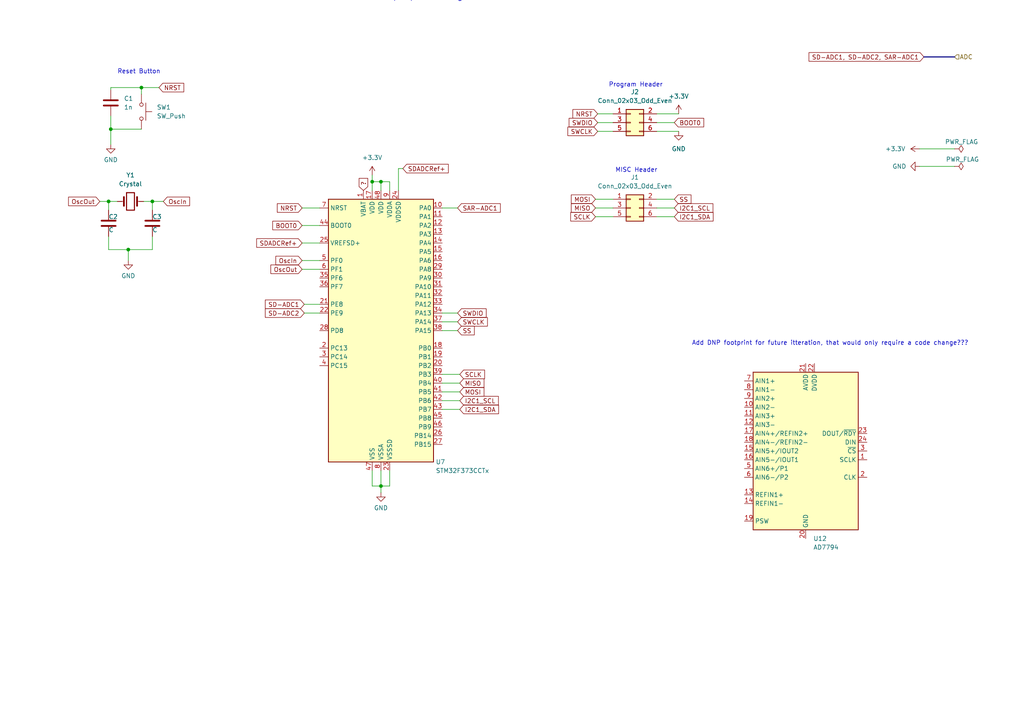
<source format=kicad_sch>
(kicad_sch (version 20230121) (generator eeschema)

  (uuid 788f5e22-1ad6-4d16-be78-9e5f6bf610d3)

  (paper "A4")

  (lib_symbols
    (symbol "Analog_ADC:AD7794" (in_bom yes) (on_board yes)
      (property "Reference" "U" (at -15.24 24.13 0)
        (effects (font (size 1.27 1.27)) (justify left))
      )
      (property "Value" "AD7794" (at 7.62 24.13 0)
        (effects (font (size 1.27 1.27)) (justify left))
      )
      (property "Footprint" "Package_SO:TSSOP-24_4.4x7.8mm_P0.65mm" (at 0 0 0)
        (effects (font (size 1.27 1.27)) hide)
      )
      (property "Datasheet" "https://www.analog.com/media/en/technical-documentation/data-sheets/AD7794_7795.pdf" (at 2.54 -7.62 0)
        (effects (font (size 1.27 1.27)) hide)
      )
      (property "ki_keywords" "adc 6ch 24bit serial" (at 0 0 0)
        (effects (font (size 1.27 1.27)) hide)
      )
      (property "ki_description" "24-Bit, 6-Channel Sigma-Delta ADC, TSSOP-28" (at 0 0 0)
        (effects (font (size 1.27 1.27)) hide)
      )
      (property "ki_fp_filters" "TSSOP*4.4x7.8mm*P0.65mm*" (at 0 0 0)
        (effects (font (size 1.27 1.27)) hide)
      )
      (symbol "AD7794_0_1"
        (rectangle (start -15.24 22.86) (end 15.24 -22.86)
          (stroke (width 0.254) (type default))
          (fill (type background))
        )
      )
      (symbol "AD7794_1_1"
        (pin input line (at 17.78 -2.54 180) (length 2.54)
          (name "SCLK" (effects (font (size 1.27 1.27))))
          (number "1" (effects (font (size 1.27 1.27))))
        )
        (pin input line (at -17.78 12.7 0) (length 2.54)
          (name "AIN2-" (effects (font (size 1.27 1.27))))
          (number "10" (effects (font (size 1.27 1.27))))
        )
        (pin input line (at -17.78 10.16 0) (length 2.54)
          (name "AIN3+" (effects (font (size 1.27 1.27))))
          (number "11" (effects (font (size 1.27 1.27))))
        )
        (pin input line (at -17.78 7.62 0) (length 2.54)
          (name "AIN3-" (effects (font (size 1.27 1.27))))
          (number "12" (effects (font (size 1.27 1.27))))
        )
        (pin input line (at -17.78 -12.7 0) (length 2.54)
          (name "REFIN1+" (effects (font (size 1.27 1.27))))
          (number "13" (effects (font (size 1.27 1.27))))
        )
        (pin input line (at -17.78 -15.24 0) (length 2.54)
          (name "REFIN1-" (effects (font (size 1.27 1.27))))
          (number "14" (effects (font (size 1.27 1.27))))
        )
        (pin input line (at -17.78 0 0) (length 2.54)
          (name "AIN5+/IOUT2" (effects (font (size 1.27 1.27))))
          (number "15" (effects (font (size 1.27 1.27))))
        )
        (pin input line (at -17.78 -2.54 0) (length 2.54)
          (name "AIN5-/IOUT1" (effects (font (size 1.27 1.27))))
          (number "16" (effects (font (size 1.27 1.27))))
        )
        (pin input line (at -17.78 5.08 0) (length 2.54)
          (name "AIN4+/REFIN2+" (effects (font (size 1.27 1.27))))
          (number "17" (effects (font (size 1.27 1.27))))
        )
        (pin input line (at -17.78 2.54 0) (length 2.54)
          (name "AIN4-/REFIN2-" (effects (font (size 1.27 1.27))))
          (number "18" (effects (font (size 1.27 1.27))))
        )
        (pin passive line (at -17.78 -20.32 0) (length 2.54)
          (name "PSW" (effects (font (size 1.27 1.27))))
          (number "19" (effects (font (size 1.27 1.27))))
        )
        (pin bidirectional line (at 17.78 -7.62 180) (length 2.54)
          (name "CLK" (effects (font (size 1.27 1.27))))
          (number "2" (effects (font (size 1.27 1.27))))
        )
        (pin power_in line (at 0 -25.4 90) (length 2.54)
          (name "GND" (effects (font (size 1.27 1.27))))
          (number "20" (effects (font (size 1.27 1.27))))
        )
        (pin power_in line (at 0 25.4 270) (length 2.54)
          (name "AVDD" (effects (font (size 1.27 1.27))))
          (number "21" (effects (font (size 1.27 1.27))))
        )
        (pin power_in line (at 2.54 25.4 270) (length 2.54)
          (name "DVDD" (effects (font (size 1.27 1.27))))
          (number "22" (effects (font (size 1.27 1.27))))
        )
        (pin output line (at 17.78 5.08 180) (length 2.54)
          (name "DOUT/~{RDY}" (effects (font (size 1.27 1.27))))
          (number "23" (effects (font (size 1.27 1.27))))
        )
        (pin input line (at 17.78 2.54 180) (length 2.54)
          (name "DIN" (effects (font (size 1.27 1.27))))
          (number "24" (effects (font (size 1.27 1.27))))
        )
        (pin input line (at 17.78 0 180) (length 2.54)
          (name "~{CS}" (effects (font (size 1.27 1.27))))
          (number "3" (effects (font (size 1.27 1.27))))
        )
        (pin no_connect line (at 15.24 -20.32 180) (length 2.54) hide
          (name "NC" (effects (font (size 1.27 1.27))))
          (number "4" (effects (font (size 1.27 1.27))))
        )
        (pin input line (at -17.78 -5.08 0) (length 2.54)
          (name "AIN6+/P1" (effects (font (size 1.27 1.27))))
          (number "5" (effects (font (size 1.27 1.27))))
        )
        (pin input line (at -17.78 -7.62 0) (length 2.54)
          (name "AIN6-/P2" (effects (font (size 1.27 1.27))))
          (number "6" (effects (font (size 1.27 1.27))))
        )
        (pin input line (at -17.78 20.32 0) (length 2.54)
          (name "AIN1+" (effects (font (size 1.27 1.27))))
          (number "7" (effects (font (size 1.27 1.27))))
        )
        (pin input line (at -17.78 17.78 0) (length 2.54)
          (name "AIN1-" (effects (font (size 1.27 1.27))))
          (number "8" (effects (font (size 1.27 1.27))))
        )
        (pin input line (at -17.78 15.24 0) (length 2.54)
          (name "AIN2+" (effects (font (size 1.27 1.27))))
          (number "9" (effects (font (size 1.27 1.27))))
        )
      )
    )
    (symbol "Connector_Generic:Conn_02x03_Odd_Even" (pin_names (offset 1.016) hide) (in_bom yes) (on_board yes)
      (property "Reference" "J" (at 1.27 5.08 0)
        (effects (font (size 1.27 1.27)))
      )
      (property "Value" "Conn_02x03_Odd_Even" (at 1.27 -5.08 0)
        (effects (font (size 1.27 1.27)))
      )
      (property "Footprint" "" (at 0 0 0)
        (effects (font (size 1.27 1.27)) hide)
      )
      (property "Datasheet" "~" (at 0 0 0)
        (effects (font (size 1.27 1.27)) hide)
      )
      (property "ki_keywords" "connector" (at 0 0 0)
        (effects (font (size 1.27 1.27)) hide)
      )
      (property "ki_description" "Generic connector, double row, 02x03, odd/even pin numbering scheme (row 1 odd numbers, row 2 even numbers), script generated (kicad-library-utils/schlib/autogen/connector/)" (at 0 0 0)
        (effects (font (size 1.27 1.27)) hide)
      )
      (property "ki_fp_filters" "Connector*:*_2x??_*" (at 0 0 0)
        (effects (font (size 1.27 1.27)) hide)
      )
      (symbol "Conn_02x03_Odd_Even_1_1"
        (rectangle (start -1.27 -2.413) (end 0 -2.667)
          (stroke (width 0.1524) (type default))
          (fill (type none))
        )
        (rectangle (start -1.27 0.127) (end 0 -0.127)
          (stroke (width 0.1524) (type default))
          (fill (type none))
        )
        (rectangle (start -1.27 2.667) (end 0 2.413)
          (stroke (width 0.1524) (type default))
          (fill (type none))
        )
        (rectangle (start -1.27 3.81) (end 3.81 -3.81)
          (stroke (width 0.254) (type default))
          (fill (type background))
        )
        (rectangle (start 3.81 -2.413) (end 2.54 -2.667)
          (stroke (width 0.1524) (type default))
          (fill (type none))
        )
        (rectangle (start 3.81 0.127) (end 2.54 -0.127)
          (stroke (width 0.1524) (type default))
          (fill (type none))
        )
        (rectangle (start 3.81 2.667) (end 2.54 2.413)
          (stroke (width 0.1524) (type default))
          (fill (type none))
        )
        (pin passive line (at -5.08 2.54 0) (length 3.81)
          (name "Pin_1" (effects (font (size 1.27 1.27))))
          (number "1" (effects (font (size 1.27 1.27))))
        )
        (pin passive line (at 7.62 2.54 180) (length 3.81)
          (name "Pin_2" (effects (font (size 1.27 1.27))))
          (number "2" (effects (font (size 1.27 1.27))))
        )
        (pin passive line (at -5.08 0 0) (length 3.81)
          (name "Pin_3" (effects (font (size 1.27 1.27))))
          (number "3" (effects (font (size 1.27 1.27))))
        )
        (pin passive line (at 7.62 0 180) (length 3.81)
          (name "Pin_4" (effects (font (size 1.27 1.27))))
          (number "4" (effects (font (size 1.27 1.27))))
        )
        (pin passive line (at -5.08 -2.54 0) (length 3.81)
          (name "Pin_5" (effects (font (size 1.27 1.27))))
          (number "5" (effects (font (size 1.27 1.27))))
        )
        (pin passive line (at 7.62 -2.54 180) (length 3.81)
          (name "Pin_6" (effects (font (size 1.27 1.27))))
          (number "6" (effects (font (size 1.27 1.27))))
        )
      )
    )
    (symbol "Device:C" (pin_numbers hide) (pin_names (offset 0.254)) (in_bom yes) (on_board yes)
      (property "Reference" "C" (at 0.635 2.54 0)
        (effects (font (size 1.27 1.27)) (justify left))
      )
      (property "Value" "C" (at 0.635 -2.54 0)
        (effects (font (size 1.27 1.27)) (justify left))
      )
      (property "Footprint" "" (at 0.9652 -3.81 0)
        (effects (font (size 1.27 1.27)) hide)
      )
      (property "Datasheet" "~" (at 0 0 0)
        (effects (font (size 1.27 1.27)) hide)
      )
      (property "ki_keywords" "cap capacitor" (at 0 0 0)
        (effects (font (size 1.27 1.27)) hide)
      )
      (property "ki_description" "Unpolarized capacitor" (at 0 0 0)
        (effects (font (size 1.27 1.27)) hide)
      )
      (property "ki_fp_filters" "C_*" (at 0 0 0)
        (effects (font (size 1.27 1.27)) hide)
      )
      (symbol "C_0_1"
        (polyline
          (pts
            (xy -2.032 -0.762)
            (xy 2.032 -0.762)
          )
          (stroke (width 0.508) (type default))
          (fill (type none))
        )
        (polyline
          (pts
            (xy -2.032 0.762)
            (xy 2.032 0.762)
          )
          (stroke (width 0.508) (type default))
          (fill (type none))
        )
      )
      (symbol "C_1_1"
        (pin passive line (at 0 3.81 270) (length 2.794)
          (name "~" (effects (font (size 1.27 1.27))))
          (number "1" (effects (font (size 1.27 1.27))))
        )
        (pin passive line (at 0 -3.81 90) (length 2.794)
          (name "~" (effects (font (size 1.27 1.27))))
          (number "2" (effects (font (size 1.27 1.27))))
        )
      )
    )
    (symbol "Device:Crystal" (pin_numbers hide) (pin_names (offset 1.016) hide) (in_bom yes) (on_board yes)
      (property "Reference" "Y" (at 0 3.81 0)
        (effects (font (size 1.27 1.27)))
      )
      (property "Value" "Crystal" (at 0 -3.81 0)
        (effects (font (size 1.27 1.27)))
      )
      (property "Footprint" "" (at 0 0 0)
        (effects (font (size 1.27 1.27)) hide)
      )
      (property "Datasheet" "~" (at 0 0 0)
        (effects (font (size 1.27 1.27)) hide)
      )
      (property "ki_keywords" "quartz ceramic resonator oscillator" (at 0 0 0)
        (effects (font (size 1.27 1.27)) hide)
      )
      (property "ki_description" "Two pin crystal" (at 0 0 0)
        (effects (font (size 1.27 1.27)) hide)
      )
      (property "ki_fp_filters" "Crystal*" (at 0 0 0)
        (effects (font (size 1.27 1.27)) hide)
      )
      (symbol "Crystal_0_1"
        (rectangle (start -1.143 2.54) (end 1.143 -2.54)
          (stroke (width 0.3048) (type default))
          (fill (type none))
        )
        (polyline
          (pts
            (xy -2.54 0)
            (xy -1.905 0)
          )
          (stroke (width 0) (type default))
          (fill (type none))
        )
        (polyline
          (pts
            (xy -1.905 -1.27)
            (xy -1.905 1.27)
          )
          (stroke (width 0.508) (type default))
          (fill (type none))
        )
        (polyline
          (pts
            (xy 1.905 -1.27)
            (xy 1.905 1.27)
          )
          (stroke (width 0.508) (type default))
          (fill (type none))
        )
        (polyline
          (pts
            (xy 2.54 0)
            (xy 1.905 0)
          )
          (stroke (width 0) (type default))
          (fill (type none))
        )
      )
      (symbol "Crystal_1_1"
        (pin passive line (at -3.81 0 0) (length 1.27)
          (name "1" (effects (font (size 1.27 1.27))))
          (number "1" (effects (font (size 1.27 1.27))))
        )
        (pin passive line (at 3.81 0 180) (length 1.27)
          (name "2" (effects (font (size 1.27 1.27))))
          (number "2" (effects (font (size 1.27 1.27))))
        )
      )
    )
    (symbol "MCU_ST_STM32F3:STM32F373CCTx" (in_bom yes) (on_board yes)
      (property "Reference" "U" (at -15.24 39.37 0)
        (effects (font (size 1.27 1.27)) (justify left))
      )
      (property "Value" "STM32F373CCTx" (at 7.62 39.37 0)
        (effects (font (size 1.27 1.27)) (justify left))
      )
      (property "Footprint" "Package_QFP:LQFP-48_7x7mm_P0.5mm" (at -15.24 -38.1 0)
        (effects (font (size 1.27 1.27)) (justify right) hide)
      )
      (property "Datasheet" "https://www.st.com/resource/en/datasheet/stm32f373cc.pdf" (at 0 0 0)
        (effects (font (size 1.27 1.27)) hide)
      )
      (property "ki_locked" "" (at 0 0 0)
        (effects (font (size 1.27 1.27)))
      )
      (property "ki_keywords" "Arm Cortex-M4 STM32F3 STM32F373" (at 0 0 0)
        (effects (font (size 1.27 1.27)) hide)
      )
      (property "ki_description" "STMicroelectronics Arm Cortex-M4 MCU, 256KB flash, 32KB RAM, 72 MHz, 2.0-3.6V, 37 GPIO, LQFP48" (at 0 0 0)
        (effects (font (size 1.27 1.27)) hide)
      )
      (property "ki_fp_filters" "LQFP*7x7mm*P0.5mm*" (at 0 0 0)
        (effects (font (size 1.27 1.27)) hide)
      )
      (symbol "STM32F373CCTx_0_1"
        (rectangle (start -15.24 -38.1) (end 15.24 38.1)
          (stroke (width 0.254) (type default))
          (fill (type background))
        )
      )
      (symbol "STM32F373CCTx_1_1"
        (pin power_in line (at -5.08 40.64 270) (length 2.54)
          (name "VBAT" (effects (font (size 1.27 1.27))))
          (number "1" (effects (font (size 1.27 1.27))))
        )
        (pin bidirectional line (at 17.78 35.56 180) (length 2.54)
          (name "PA0" (effects (font (size 1.27 1.27))))
          (number "10" (effects (font (size 1.27 1.27))))
          (alternate "ADC1_IN0" bidirectional line)
          (alternate "COMP1_INM" bidirectional line)
          (alternate "COMP1_OUT" bidirectional line)
          (alternate "RTC_TAMP2" bidirectional line)
          (alternate "SYS_WKUP1" bidirectional line)
          (alternate "TIM19_CH1" bidirectional line)
          (alternate "TIM2_CH1" bidirectional line)
          (alternate "TIM2_ETR" bidirectional line)
          (alternate "TIM5_CH1" bidirectional line)
          (alternate "TIM5_ETR" bidirectional line)
          (alternate "TSC_G1_IO1" bidirectional line)
          (alternate "USART2_CTS" bidirectional line)
        )
        (pin bidirectional line (at 17.78 33.02 180) (length 2.54)
          (name "PA1" (effects (font (size 1.27 1.27))))
          (number "11" (effects (font (size 1.27 1.27))))
          (alternate "ADC1_IN1" bidirectional line)
          (alternate "COMP1_INP" bidirectional line)
          (alternate "I2S3_CK" bidirectional line)
          (alternate "RTC_REFIN" bidirectional line)
          (alternate "SPI3_SCK" bidirectional line)
          (alternate "TIM15_CH1N" bidirectional line)
          (alternate "TIM19_CH2" bidirectional line)
          (alternate "TIM2_CH2" bidirectional line)
          (alternate "TIM5_CH2" bidirectional line)
          (alternate "TSC_G1_IO2" bidirectional line)
          (alternate "USART2_DE" bidirectional line)
          (alternate "USART2_RTS" bidirectional line)
        )
        (pin bidirectional line (at 17.78 30.48 180) (length 2.54)
          (name "PA2" (effects (font (size 1.27 1.27))))
          (number "12" (effects (font (size 1.27 1.27))))
          (alternate "ADC1_IN2" bidirectional line)
          (alternate "COMP2_INM" bidirectional line)
          (alternate "COMP2_OUT" bidirectional line)
          (alternate "I2S3_MCK" bidirectional line)
          (alternate "SPI3_MISO" bidirectional line)
          (alternate "TIM15_CH1" bidirectional line)
          (alternate "TIM19_CH3" bidirectional line)
          (alternate "TIM2_CH3" bidirectional line)
          (alternate "TIM5_CH3" bidirectional line)
          (alternate "TSC_G1_IO3" bidirectional line)
          (alternate "USART2_TX" bidirectional line)
        )
        (pin bidirectional line (at 17.78 27.94 180) (length 2.54)
          (name "PA3" (effects (font (size 1.27 1.27))))
          (number "13" (effects (font (size 1.27 1.27))))
          (alternate "ADC1_IN3" bidirectional line)
          (alternate "COMP2_INP" bidirectional line)
          (alternate "I2S3_SD" bidirectional line)
          (alternate "SPI3_MOSI" bidirectional line)
          (alternate "TIM15_CH2" bidirectional line)
          (alternate "TIM19_CH4" bidirectional line)
          (alternate "TIM2_CH4" bidirectional line)
          (alternate "TIM5_CH4" bidirectional line)
          (alternate "TSC_G1_IO4" bidirectional line)
          (alternate "USART2_RX" bidirectional line)
        )
        (pin bidirectional line (at 17.78 25.4 180) (length 2.54)
          (name "PA4" (effects (font (size 1.27 1.27))))
          (number "14" (effects (font (size 1.27 1.27))))
          (alternate "ADC1_IN4" bidirectional line)
          (alternate "DAC1_OUT1" bidirectional line)
          (alternate "I2S1_WS" bidirectional line)
          (alternate "I2S3_WS" bidirectional line)
          (alternate "SPI1_NSS" bidirectional line)
          (alternate "SPI3_NSS" bidirectional line)
          (alternate "TIM12_CH1" bidirectional line)
          (alternate "TIM3_CH2" bidirectional line)
          (alternate "TSC_G2_IO1" bidirectional line)
          (alternate "USART2_CK" bidirectional line)
        )
        (pin bidirectional line (at 17.78 22.86 180) (length 2.54)
          (name "PA5" (effects (font (size 1.27 1.27))))
          (number "15" (effects (font (size 1.27 1.27))))
          (alternate "ADC1_IN5" bidirectional line)
          (alternate "CEC" bidirectional line)
          (alternate "DAC1_OUT2" bidirectional line)
          (alternate "I2S1_CK" bidirectional line)
          (alternate "SPI1_SCK" bidirectional line)
          (alternate "TIM12_CH2" bidirectional line)
          (alternate "TIM14_CH1" bidirectional line)
          (alternate "TIM2_CH1" bidirectional line)
          (alternate "TIM2_ETR" bidirectional line)
          (alternate "TSC_G2_IO2" bidirectional line)
        )
        (pin bidirectional line (at 17.78 20.32 180) (length 2.54)
          (name "PA6" (effects (font (size 1.27 1.27))))
          (number "16" (effects (font (size 1.27 1.27))))
          (alternate "ADC1_IN6" bidirectional line)
          (alternate "COMP1_OUT" bidirectional line)
          (alternate "DAC2_OUT1" bidirectional line)
          (alternate "I2S1_MCK" bidirectional line)
          (alternate "SPI1_MISO" bidirectional line)
          (alternate "TIM13_CH1" bidirectional line)
          (alternate "TIM16_CH1" bidirectional line)
          (alternate "TIM3_CH1" bidirectional line)
          (alternate "TSC_G2_IO3" bidirectional line)
        )
        (pin power_in line (at -2.54 40.64 270) (length 2.54)
          (name "VDD" (effects (font (size 1.27 1.27))))
          (number "17" (effects (font (size 1.27 1.27))))
        )
        (pin bidirectional line (at 17.78 -5.08 180) (length 2.54)
          (name "PB0" (effects (font (size 1.27 1.27))))
          (number "18" (effects (font (size 1.27 1.27))))
          (alternate "ADC1_IN8" bidirectional line)
          (alternate "I2S1_SD" bidirectional line)
          (alternate "SDADC1_AIN6P" bidirectional line)
          (alternate "SPI1_MOSI" bidirectional line)
          (alternate "TIM3_CH2" bidirectional line)
          (alternate "TIM3_CH3" bidirectional line)
          (alternate "TSC_G3_IO3" bidirectional line)
        )
        (pin bidirectional line (at 17.78 -7.62 180) (length 2.54)
          (name "PB1" (effects (font (size 1.27 1.27))))
          (number "19" (effects (font (size 1.27 1.27))))
          (alternate "ADC1_IN9" bidirectional line)
          (alternate "SDADC1_AIN5P" bidirectional line)
          (alternate "SDADC1_AIN6M" bidirectional line)
          (alternate "TIM3_CH4" bidirectional line)
          (alternate "TSC_G3_IO4" bidirectional line)
        )
        (pin bidirectional line (at -17.78 -5.08 0) (length 2.54)
          (name "PC13" (effects (font (size 1.27 1.27))))
          (number "2" (effects (font (size 1.27 1.27))))
          (alternate "RTC_OUT_ALARM" bidirectional line)
          (alternate "RTC_OUT_CALIB" bidirectional line)
          (alternate "RTC_TAMP1" bidirectional line)
          (alternate "RTC_TS" bidirectional line)
          (alternate "SYS_WKUP2" bidirectional line)
        )
        (pin bidirectional line (at 17.78 -10.16 180) (length 2.54)
          (name "PB2" (effects (font (size 1.27 1.27))))
          (number "20" (effects (font (size 1.27 1.27))))
          (alternate "SDADC1_AIN4P" bidirectional line)
          (alternate "SDADC2_AIN6P" bidirectional line)
        )
        (pin bidirectional line (at -17.78 7.62 0) (length 2.54)
          (name "PE8" (effects (font (size 1.27 1.27))))
          (number "21" (effects (font (size 1.27 1.27))))
          (alternate "SDADC1_AIN8P" bidirectional line)
          (alternate "SDADC2_AIN8P" bidirectional line)
        )
        (pin bidirectional line (at -17.78 5.08 0) (length 2.54)
          (name "PE9" (effects (font (size 1.27 1.27))))
          (number "22" (effects (font (size 1.27 1.27))))
          (alternate "DAC1_EXTI9" bidirectional line)
          (alternate "DAC2_EXTI9" bidirectional line)
          (alternate "SDADC1_AIN7P" bidirectional line)
          (alternate "SDADC1_AIN8M" bidirectional line)
          (alternate "SDADC2_AIN7P" bidirectional line)
          (alternate "SDADC2_AIN8M" bidirectional line)
        )
        (pin power_in line (at 2.54 -40.64 90) (length 2.54)
          (name "VSSSD" (effects (font (size 1.27 1.27))))
          (number "23" (effects (font (size 1.27 1.27))))
        )
        (pin power_in line (at 5.08 40.64 270) (length 2.54)
          (name "VDDSD" (effects (font (size 1.27 1.27))))
          (number "24" (effects (font (size 1.27 1.27))))
        )
        (pin input line (at -17.78 25.4 0) (length 2.54)
          (name "VREFSD+" (effects (font (size 1.27 1.27))))
          (number "25" (effects (font (size 1.27 1.27))))
        )
        (pin bidirectional line (at 17.78 -30.48 180) (length 2.54)
          (name "PB14" (effects (font (size 1.27 1.27))))
          (number "26" (effects (font (size 1.27 1.27))))
          (alternate "I2S2_MCK" bidirectional line)
          (alternate "SDADC3_AIN8P" bidirectional line)
          (alternate "SPI2_MISO" bidirectional line)
          (alternate "TIM12_CH1" bidirectional line)
          (alternate "TIM15_CH1" bidirectional line)
          (alternate "TSC_G6_IO1" bidirectional line)
          (alternate "USART3_DE" bidirectional line)
          (alternate "USART3_RTS" bidirectional line)
        )
        (pin bidirectional line (at 17.78 -33.02 180) (length 2.54)
          (name "PB15" (effects (font (size 1.27 1.27))))
          (number "27" (effects (font (size 1.27 1.27))))
          (alternate "ADC1_EXTI15" bidirectional line)
          (alternate "I2S2_SD" bidirectional line)
          (alternate "RTC_REFIN" bidirectional line)
          (alternate "SDADC1_EXTI15" bidirectional line)
          (alternate "SDADC2_EXTI15" bidirectional line)
          (alternate "SDADC3_AIN7P" bidirectional line)
          (alternate "SDADC3_AIN8M" bidirectional line)
          (alternate "SDADC3_EXTI15" bidirectional line)
          (alternate "SPI2_MOSI" bidirectional line)
          (alternate "TIM12_CH2" bidirectional line)
          (alternate "TIM15_CH1N" bidirectional line)
          (alternate "TIM15_CH2" bidirectional line)
          (alternate "TSC_G6_IO2" bidirectional line)
        )
        (pin bidirectional line (at -17.78 0 0) (length 2.54)
          (name "PD8" (effects (font (size 1.27 1.27))))
          (number "28" (effects (font (size 1.27 1.27))))
          (alternate "I2S2_CK" bidirectional line)
          (alternate "SDADC3_AIN6P" bidirectional line)
          (alternate "SPI2_SCK" bidirectional line)
          (alternate "TSC_G6_IO3" bidirectional line)
          (alternate "USART3_TX" bidirectional line)
        )
        (pin bidirectional line (at 17.78 17.78 180) (length 2.54)
          (name "PA8" (effects (font (size 1.27 1.27))))
          (number "29" (effects (font (size 1.27 1.27))))
          (alternate "I2C2_SMBA" bidirectional line)
          (alternate "I2S2_CK" bidirectional line)
          (alternate "RCC_MCO" bidirectional line)
          (alternate "SPI2_SCK" bidirectional line)
          (alternate "TIM4_ETR" bidirectional line)
          (alternate "TIM5_CH1" bidirectional line)
          (alternate "TIM5_ETR" bidirectional line)
          (alternate "USART1_CK" bidirectional line)
        )
        (pin bidirectional line (at -17.78 -7.62 0) (length 2.54)
          (name "PC14" (effects (font (size 1.27 1.27))))
          (number "3" (effects (font (size 1.27 1.27))))
          (alternate "RCC_OSC32_IN" bidirectional line)
        )
        (pin bidirectional line (at 17.78 15.24 180) (length 2.54)
          (name "PA9" (effects (font (size 1.27 1.27))))
          (number "30" (effects (font (size 1.27 1.27))))
          (alternate "DAC1_EXTI9" bidirectional line)
          (alternate "DAC2_EXTI9" bidirectional line)
          (alternate "I2C2_SCL" bidirectional line)
          (alternate "I2S2_MCK" bidirectional line)
          (alternate "SPI2_MISO" bidirectional line)
          (alternate "TIM13_CH1" bidirectional line)
          (alternate "TIM15_BKIN" bidirectional line)
          (alternate "TIM2_CH3" bidirectional line)
          (alternate "TSC_G4_IO1" bidirectional line)
          (alternate "USART1_TX" bidirectional line)
        )
        (pin bidirectional line (at 17.78 12.7 180) (length 2.54)
          (name "PA10" (effects (font (size 1.27 1.27))))
          (number "31" (effects (font (size 1.27 1.27))))
          (alternate "I2C2_SDA" bidirectional line)
          (alternate "I2S2_SD" bidirectional line)
          (alternate "SPI2_MOSI" bidirectional line)
          (alternate "TIM14_CH1" bidirectional line)
          (alternate "TIM17_BKIN" bidirectional line)
          (alternate "TIM2_CH4" bidirectional line)
          (alternate "TSC_G4_IO2" bidirectional line)
          (alternate "USART1_RX" bidirectional line)
        )
        (pin bidirectional line (at 17.78 10.16 180) (length 2.54)
          (name "PA11" (effects (font (size 1.27 1.27))))
          (number "32" (effects (font (size 1.27 1.27))))
          (alternate "ADC1_EXTI11" bidirectional line)
          (alternate "CAN_RX" bidirectional line)
          (alternate "COMP1_OUT" bidirectional line)
          (alternate "I2S1_WS" bidirectional line)
          (alternate "I2S2_WS" bidirectional line)
          (alternate "SDADC1_EXTI11" bidirectional line)
          (alternate "SDADC2_EXTI11" bidirectional line)
          (alternate "SDADC3_EXTI11" bidirectional line)
          (alternate "SPI1_NSS" bidirectional line)
          (alternate "SPI2_NSS" bidirectional line)
          (alternate "TIM4_CH1" bidirectional line)
          (alternate "TIM5_CH2" bidirectional line)
          (alternate "USART1_CTS" bidirectional line)
          (alternate "USB_DM" bidirectional line)
        )
        (pin bidirectional line (at 17.78 7.62 180) (length 2.54)
          (name "PA12" (effects (font (size 1.27 1.27))))
          (number "33" (effects (font (size 1.27 1.27))))
          (alternate "CAN_TX" bidirectional line)
          (alternate "COMP2_OUT" bidirectional line)
          (alternate "I2S1_CK" bidirectional line)
          (alternate "SPI1_SCK" bidirectional line)
          (alternate "TIM16_CH1" bidirectional line)
          (alternate "TIM4_CH2" bidirectional line)
          (alternate "TIM5_CH3" bidirectional line)
          (alternate "USART1_DE" bidirectional line)
          (alternate "USART1_RTS" bidirectional line)
          (alternate "USB_DP" bidirectional line)
        )
        (pin bidirectional line (at 17.78 5.08 180) (length 2.54)
          (name "PA13" (effects (font (size 1.27 1.27))))
          (number "34" (effects (font (size 1.27 1.27))))
          (alternate "I2S1_MCK" bidirectional line)
          (alternate "IR_OUT" bidirectional line)
          (alternate "SPI1_MISO" bidirectional line)
          (alternate "SYS_JTMS-SWDIO" bidirectional line)
          (alternate "TIM16_CH1N" bidirectional line)
          (alternate "TIM4_CH3" bidirectional line)
          (alternate "TIM5_CH4" bidirectional line)
          (alternate "TSC_G4_IO3" bidirectional line)
          (alternate "USART3_CTS" bidirectional line)
        )
        (pin bidirectional line (at -17.78 15.24 0) (length 2.54)
          (name "PF6" (effects (font (size 1.27 1.27))))
          (number "35" (effects (font (size 1.27 1.27))))
          (alternate "I2C2_SCL" bidirectional line)
          (alternate "I2S1_SD" bidirectional line)
          (alternate "SPI1_MOSI" bidirectional line)
          (alternate "TIM4_CH4" bidirectional line)
          (alternate "USART3_DE" bidirectional line)
          (alternate "USART3_RTS" bidirectional line)
        )
        (pin bidirectional line (at -17.78 12.7 0) (length 2.54)
          (name "PF7" (effects (font (size 1.27 1.27))))
          (number "36" (effects (font (size 1.27 1.27))))
          (alternate "I2C2_SDA" bidirectional line)
          (alternate "USART2_CK" bidirectional line)
        )
        (pin bidirectional line (at 17.78 2.54 180) (length 2.54)
          (name "PA14" (effects (font (size 1.27 1.27))))
          (number "37" (effects (font (size 1.27 1.27))))
          (alternate "I2C1_SDA" bidirectional line)
          (alternate "SYS_JTCK-SWCLK" bidirectional line)
          (alternate "TIM12_CH1" bidirectional line)
          (alternate "TSC_G4_IO4" bidirectional line)
        )
        (pin bidirectional line (at 17.78 0 180) (length 2.54)
          (name "PA15" (effects (font (size 1.27 1.27))))
          (number "38" (effects (font (size 1.27 1.27))))
          (alternate "ADC1_EXTI15" bidirectional line)
          (alternate "I2C1_SCL" bidirectional line)
          (alternate "I2S1_WS" bidirectional line)
          (alternate "I2S3_WS" bidirectional line)
          (alternate "SDADC1_EXTI15" bidirectional line)
          (alternate "SDADC2_EXTI15" bidirectional line)
          (alternate "SDADC3_EXTI15" bidirectional line)
          (alternate "SPI1_NSS" bidirectional line)
          (alternate "SPI3_NSS" bidirectional line)
          (alternate "SYS_JTDI" bidirectional line)
          (alternate "TIM12_CH2" bidirectional line)
          (alternate "TIM2_CH1" bidirectional line)
          (alternate "TIM2_ETR" bidirectional line)
          (alternate "TSC_SYNC" bidirectional line)
        )
        (pin bidirectional line (at 17.78 -12.7 180) (length 2.54)
          (name "PB3" (effects (font (size 1.27 1.27))))
          (number "39" (effects (font (size 1.27 1.27))))
          (alternate "I2S1_CK" bidirectional line)
          (alternate "I2S3_CK" bidirectional line)
          (alternate "SPI1_SCK" bidirectional line)
          (alternate "SPI3_SCK" bidirectional line)
          (alternate "SYS_JTDO-TRACESWO" bidirectional line)
          (alternate "TIM13_CH1" bidirectional line)
          (alternate "TIM2_CH2" bidirectional line)
          (alternate "TIM3_ETR" bidirectional line)
          (alternate "TIM4_ETR" bidirectional line)
          (alternate "TSC_G5_IO1" bidirectional line)
          (alternate "USART2_TX" bidirectional line)
        )
        (pin bidirectional line (at -17.78 -10.16 0) (length 2.54)
          (name "PC15" (effects (font (size 1.27 1.27))))
          (number "4" (effects (font (size 1.27 1.27))))
          (alternate "ADC1_EXTI15" bidirectional line)
          (alternate "RCC_OSC32_OUT" bidirectional line)
          (alternate "SDADC1_EXTI15" bidirectional line)
          (alternate "SDADC2_EXTI15" bidirectional line)
          (alternate "SDADC3_EXTI15" bidirectional line)
        )
        (pin bidirectional line (at 17.78 -15.24 180) (length 2.54)
          (name "PB4" (effects (font (size 1.27 1.27))))
          (number "40" (effects (font (size 1.27 1.27))))
          (alternate "I2S1_MCK" bidirectional line)
          (alternate "I2S3_MCK" bidirectional line)
          (alternate "SPI1_MISO" bidirectional line)
          (alternate "SPI3_MISO" bidirectional line)
          (alternate "SYS_NJTRST" bidirectional line)
          (alternate "TIM15_CH1N" bidirectional line)
          (alternate "TIM16_CH1" bidirectional line)
          (alternate "TIM17_BKIN" bidirectional line)
          (alternate "TIM3_CH1" bidirectional line)
          (alternate "TSC_G5_IO2" bidirectional line)
          (alternate "USART2_RX" bidirectional line)
        )
        (pin bidirectional line (at 17.78 -17.78 180) (length 2.54)
          (name "PB5" (effects (font (size 1.27 1.27))))
          (number "41" (effects (font (size 1.27 1.27))))
          (alternate "I2C1_SMBA" bidirectional line)
          (alternate "I2S1_SD" bidirectional line)
          (alternate "I2S3_SD" bidirectional line)
          (alternate "SPI1_MOSI" bidirectional line)
          (alternate "SPI3_MOSI" bidirectional line)
          (alternate "TIM16_BKIN" bidirectional line)
          (alternate "TIM17_CH1" bidirectional line)
          (alternate "TIM19_ETR" bidirectional line)
          (alternate "TIM3_CH2" bidirectional line)
          (alternate "USART2_CK" bidirectional line)
        )
        (pin bidirectional line (at 17.78 -20.32 180) (length 2.54)
          (name "PB6" (effects (font (size 1.27 1.27))))
          (number "42" (effects (font (size 1.27 1.27))))
          (alternate "I2C1_SCL" bidirectional line)
          (alternate "TIM15_CH1" bidirectional line)
          (alternate "TIM16_CH1N" bidirectional line)
          (alternate "TIM19_CH1" bidirectional line)
          (alternate "TIM3_CH3" bidirectional line)
          (alternate "TIM4_CH1" bidirectional line)
          (alternate "TSC_G5_IO3" bidirectional line)
          (alternate "USART1_TX" bidirectional line)
        )
        (pin bidirectional line (at 17.78 -22.86 180) (length 2.54)
          (name "PB7" (effects (font (size 1.27 1.27))))
          (number "43" (effects (font (size 1.27 1.27))))
          (alternate "I2C1_SDA" bidirectional line)
          (alternate "TIM15_CH2" bidirectional line)
          (alternate "TIM17_CH1N" bidirectional line)
          (alternate "TIM19_CH2" bidirectional line)
          (alternate "TIM3_CH4" bidirectional line)
          (alternate "TIM4_CH2" bidirectional line)
          (alternate "TSC_G5_IO4" bidirectional line)
          (alternate "USART1_RX" bidirectional line)
        )
        (pin input line (at -17.78 30.48 0) (length 2.54)
          (name "BOOT0" (effects (font (size 1.27 1.27))))
          (number "44" (effects (font (size 1.27 1.27))))
        )
        (pin bidirectional line (at 17.78 -25.4 180) (length 2.54)
          (name "PB8" (effects (font (size 1.27 1.27))))
          (number "45" (effects (font (size 1.27 1.27))))
          (alternate "CAN_RX" bidirectional line)
          (alternate "CEC" bidirectional line)
          (alternate "COMP1_OUT" bidirectional line)
          (alternate "I2C1_SCL" bidirectional line)
          (alternate "I2S2_CK" bidirectional line)
          (alternate "SPI2_SCK" bidirectional line)
          (alternate "TIM16_CH1" bidirectional line)
          (alternate "TIM19_CH3" bidirectional line)
          (alternate "TIM4_CH3" bidirectional line)
          (alternate "TSC_SYNC" bidirectional line)
          (alternate "USART3_TX" bidirectional line)
        )
        (pin bidirectional line (at 17.78 -27.94 180) (length 2.54)
          (name "PB9" (effects (font (size 1.27 1.27))))
          (number "46" (effects (font (size 1.27 1.27))))
          (alternate "CAN_TX" bidirectional line)
          (alternate "COMP2_OUT" bidirectional line)
          (alternate "DAC1_EXTI9" bidirectional line)
          (alternate "DAC2_EXTI9" bidirectional line)
          (alternate "I2C1_SDA" bidirectional line)
          (alternate "I2S2_WS" bidirectional line)
          (alternate "IR_OUT" bidirectional line)
          (alternate "SPI2_NSS" bidirectional line)
          (alternate "TIM17_CH1" bidirectional line)
          (alternate "TIM19_CH4" bidirectional line)
          (alternate "TIM4_CH4" bidirectional line)
          (alternate "USART3_RX" bidirectional line)
        )
        (pin power_in line (at -2.54 -40.64 90) (length 2.54)
          (name "VSS" (effects (font (size 1.27 1.27))))
          (number "47" (effects (font (size 1.27 1.27))))
        )
        (pin power_in line (at 0 40.64 270) (length 2.54)
          (name "VDD" (effects (font (size 1.27 1.27))))
          (number "48" (effects (font (size 1.27 1.27))))
        )
        (pin bidirectional line (at -17.78 20.32 0) (length 2.54)
          (name "PF0" (effects (font (size 1.27 1.27))))
          (number "5" (effects (font (size 1.27 1.27))))
          (alternate "I2C2_SDA" bidirectional line)
          (alternate "RCC_OSC_IN" bidirectional line)
        )
        (pin bidirectional line (at -17.78 17.78 0) (length 2.54)
          (name "PF1" (effects (font (size 1.27 1.27))))
          (number "6" (effects (font (size 1.27 1.27))))
          (alternate "I2C2_SCL" bidirectional line)
          (alternate "RCC_OSC_OUT" bidirectional line)
        )
        (pin input line (at -17.78 35.56 0) (length 2.54)
          (name "NRST" (effects (font (size 1.27 1.27))))
          (number "7" (effects (font (size 1.27 1.27))))
        )
        (pin power_in line (at 0 -40.64 90) (length 2.54)
          (name "VSSA" (effects (font (size 1.27 1.27))))
          (number "8" (effects (font (size 1.27 1.27))))
        )
        (pin power_in line (at 2.54 40.64 270) (length 2.54)
          (name "VDDA" (effects (font (size 1.27 1.27))))
          (number "9" (effects (font (size 1.27 1.27))))
        )
      )
    )
    (symbol "Switch:SW_Push" (pin_numbers hide) (pin_names (offset 1.016) hide) (in_bom yes) (on_board yes)
      (property "Reference" "SW" (at 1.27 2.54 0)
        (effects (font (size 1.27 1.27)) (justify left))
      )
      (property "Value" "SW_Push" (at 0 -1.524 0)
        (effects (font (size 1.27 1.27)))
      )
      (property "Footprint" "" (at 0 5.08 0)
        (effects (font (size 1.27 1.27)) hide)
      )
      (property "Datasheet" "~" (at 0 5.08 0)
        (effects (font (size 1.27 1.27)) hide)
      )
      (property "ki_keywords" "switch normally-open pushbutton push-button" (at 0 0 0)
        (effects (font (size 1.27 1.27)) hide)
      )
      (property "ki_description" "Push button switch, generic, two pins" (at 0 0 0)
        (effects (font (size 1.27 1.27)) hide)
      )
      (symbol "SW_Push_0_1"
        (circle (center -2.032 0) (radius 0.508)
          (stroke (width 0) (type default))
          (fill (type none))
        )
        (polyline
          (pts
            (xy 0 1.27)
            (xy 0 3.048)
          )
          (stroke (width 0) (type default))
          (fill (type none))
        )
        (polyline
          (pts
            (xy 2.54 1.27)
            (xy -2.54 1.27)
          )
          (stroke (width 0) (type default))
          (fill (type none))
        )
        (circle (center 2.032 0) (radius 0.508)
          (stroke (width 0) (type default))
          (fill (type none))
        )
        (pin passive line (at -5.08 0 0) (length 2.54)
          (name "1" (effects (font (size 1.27 1.27))))
          (number "1" (effects (font (size 1.27 1.27))))
        )
        (pin passive line (at 5.08 0 180) (length 2.54)
          (name "2" (effects (font (size 1.27 1.27))))
          (number "2" (effects (font (size 1.27 1.27))))
        )
      )
    )
    (symbol "power:+3.3V" (power) (pin_names (offset 0)) (in_bom yes) (on_board yes)
      (property "Reference" "#PWR" (at 0 -3.81 0)
        (effects (font (size 1.27 1.27)) hide)
      )
      (property "Value" "+3.3V" (at 0 3.556 0)
        (effects (font (size 1.27 1.27)))
      )
      (property "Footprint" "" (at 0 0 0)
        (effects (font (size 1.27 1.27)) hide)
      )
      (property "Datasheet" "" (at 0 0 0)
        (effects (font (size 1.27 1.27)) hide)
      )
      (property "ki_keywords" "global power" (at 0 0 0)
        (effects (font (size 1.27 1.27)) hide)
      )
      (property "ki_description" "Power symbol creates a global label with name \"+3.3V\"" (at 0 0 0)
        (effects (font (size 1.27 1.27)) hide)
      )
      (symbol "+3.3V_0_1"
        (polyline
          (pts
            (xy -0.762 1.27)
            (xy 0 2.54)
          )
          (stroke (width 0) (type default))
          (fill (type none))
        )
        (polyline
          (pts
            (xy 0 0)
            (xy 0 2.54)
          )
          (stroke (width 0) (type default))
          (fill (type none))
        )
        (polyline
          (pts
            (xy 0 2.54)
            (xy 0.762 1.27)
          )
          (stroke (width 0) (type default))
          (fill (type none))
        )
      )
      (symbol "+3.3V_1_1"
        (pin power_in line (at 0 0 90) (length 0) hide
          (name "+3.3V" (effects (font (size 1.27 1.27))))
          (number "1" (effects (font (size 1.27 1.27))))
        )
      )
    )
    (symbol "power:GND" (power) (pin_names (offset 0)) (in_bom yes) (on_board yes)
      (property "Reference" "#PWR" (at 0 -6.35 0)
        (effects (font (size 1.27 1.27)) hide)
      )
      (property "Value" "GND" (at 0 -3.81 0)
        (effects (font (size 1.27 1.27)))
      )
      (property "Footprint" "" (at 0 0 0)
        (effects (font (size 1.27 1.27)) hide)
      )
      (property "Datasheet" "" (at 0 0 0)
        (effects (font (size 1.27 1.27)) hide)
      )
      (property "ki_keywords" "global power" (at 0 0 0)
        (effects (font (size 1.27 1.27)) hide)
      )
      (property "ki_description" "Power symbol creates a global label with name \"GND\" , ground" (at 0 0 0)
        (effects (font (size 1.27 1.27)) hide)
      )
      (symbol "GND_0_1"
        (polyline
          (pts
            (xy 0 0)
            (xy 0 -1.27)
            (xy 1.27 -1.27)
            (xy 0 -2.54)
            (xy -1.27 -1.27)
            (xy 0 -1.27)
          )
          (stroke (width 0) (type default))
          (fill (type none))
        )
      )
      (symbol "GND_1_1"
        (pin power_in line (at 0 0 270) (length 0) hide
          (name "GND" (effects (font (size 1.27 1.27))))
          (number "1" (effects (font (size 1.27 1.27))))
        )
      )
    )
    (symbol "power:PWR_FLAG" (power) (pin_numbers hide) (pin_names (offset 0) hide) (in_bom yes) (on_board yes)
      (property "Reference" "#FLG" (at 0 1.905 0)
        (effects (font (size 1.27 1.27)) hide)
      )
      (property "Value" "PWR_FLAG" (at 0 3.81 0)
        (effects (font (size 1.27 1.27)))
      )
      (property "Footprint" "" (at 0 0 0)
        (effects (font (size 1.27 1.27)) hide)
      )
      (property "Datasheet" "~" (at 0 0 0)
        (effects (font (size 1.27 1.27)) hide)
      )
      (property "ki_keywords" "flag power" (at 0 0 0)
        (effects (font (size 1.27 1.27)) hide)
      )
      (property "ki_description" "Special symbol for telling ERC where power comes from" (at 0 0 0)
        (effects (font (size 1.27 1.27)) hide)
      )
      (symbol "PWR_FLAG_0_0"
        (pin power_out line (at 0 0 90) (length 0)
          (name "pwr" (effects (font (size 1.27 1.27))))
          (number "1" (effects (font (size 1.27 1.27))))
        )
      )
      (symbol "PWR_FLAG_0_1"
        (polyline
          (pts
            (xy 0 0)
            (xy 0 1.27)
            (xy -1.016 1.905)
            (xy 0 2.54)
            (xy 1.016 1.905)
            (xy 0 1.27)
          )
          (stroke (width 0) (type default))
          (fill (type none))
        )
      )
    )
  )

  (junction (at 110.49 52.705) (diameter 0) (color 0 0 0 0)
    (uuid 00941e8d-085b-43c4-81ae-e02a4a457e01)
  )
  (junction (at 41.021 25.4) (diameter 0) (color 0 0 0 0)
    (uuid 1d6212f7-524f-4aed-93e4-a95d85968a87)
  )
  (junction (at 31.496 58.42) (diameter 0) (color 0 0 0 0)
    (uuid 51982c23-14a8-4a3f-9310-a88cb8bc002d)
  )
  (junction (at 44.196 58.42) (diameter 0) (color 0 0 0 0)
    (uuid 724c2e6d-a212-4a34-ab64-dfd8263fefca)
  )
  (junction (at 37.211 72.39) (diameter 0) (color 0 0 0 0)
    (uuid 9868f4f3-6bce-4b92-8a14-7a28ddf0b6ce)
  )
  (junction (at 32.131 37.465) (diameter 0) (color 0 0 0 0)
    (uuid a95a1be9-0526-4f9f-9d88-21f58a60b252)
  )
  (junction (at 107.95 52.705) (diameter 0) (color 0 0 0 0)
    (uuid dca8956a-be64-41b4-bed0-2a47449e66f2)
  )
  (junction (at 110.49 140.97) (diameter 0) (color 0 0 0 0)
    (uuid e64a1153-c004-4617-a67f-ae70ed588636)
  )

  (wire (pts (xy 173.355 33.02) (xy 177.8 33.02))
    (stroke (width 0) (type default))
    (uuid 0385acd0-668a-4a56-a551-20e5ccc89de3)
  )
  (wire (pts (xy 32.131 33.655) (xy 32.131 37.465))
    (stroke (width 0) (type default))
    (uuid 03d6a5f1-b83d-4eb3-86e8-c0023a015871)
  )
  (wire (pts (xy 31.496 72.39) (xy 37.211 72.39))
    (stroke (width 0) (type default))
    (uuid 04493e1a-f80e-4a1a-a388-9a14e7ca1d37)
  )
  (wire (pts (xy 190.5 35.56) (xy 195.58 35.56))
    (stroke (width 0) (type default))
    (uuid 069521de-4360-44a7-8872-643d69808a8b)
  )
  (wire (pts (xy 107.95 52.705) (xy 107.95 55.245))
    (stroke (width 0) (type default))
    (uuid 0b4dc70e-548a-4a55-b983-f95ce4112b26)
  )
  (wire (pts (xy 113.03 55.245) (xy 113.03 52.705))
    (stroke (width 0) (type default))
    (uuid 0ce58a6b-8b06-4ecf-92fe-c81884bcc04c)
  )
  (wire (pts (xy 190.5 57.785) (xy 195.58 57.785))
    (stroke (width 0) (type default))
    (uuid 13f62a3b-be85-4fbf-b525-8258380647a9)
  )
  (wire (pts (xy 110.49 52.705) (xy 107.95 52.705))
    (stroke (width 0) (type default))
    (uuid 1f5946c0-70e4-45db-aaaa-e1d458027014)
  )
  (wire (pts (xy 92.71 88.265) (xy 88.265 88.265))
    (stroke (width 0) (type default))
    (uuid 21bfbdf7-dfb4-48bd-a62c-67145b468331)
  )
  (wire (pts (xy 92.71 75.565) (xy 87.63 75.565))
    (stroke (width 0) (type default))
    (uuid 25c94f5a-a4cc-460d-a8ed-6dc0826448dd)
  )
  (bus (pts (xy 267.97 16.51) (xy 276.86 16.51))
    (stroke (width 0) (type default))
    (uuid 27670574-b81c-4fe8-84ed-ad0a1888bc80)
  )

  (wire (pts (xy 113.03 52.705) (xy 110.49 52.705))
    (stroke (width 0) (type default))
    (uuid 2be3efc8-1eec-4ef1-b5a6-031a9447be12)
  )
  (wire (pts (xy 190.5 60.325) (xy 195.58 60.325))
    (stroke (width 0) (type default))
    (uuid 31975055-7894-4161-8a96-d6a1cac1f433)
  )
  (wire (pts (xy 128.27 111.125) (xy 133.35 111.125))
    (stroke (width 0) (type default))
    (uuid 38510128-55ad-4c96-beca-c387434a0dc3)
  )
  (wire (pts (xy 31.496 68.58) (xy 31.496 72.39))
    (stroke (width 0) (type default))
    (uuid 3d568394-a0be-4ba4-98d3-4402c5ee8da8)
  )
  (wire (pts (xy 177.8 38.1) (xy 173.355 38.1))
    (stroke (width 0) (type default))
    (uuid 40f918ce-519d-4284-8452-377aa70d9458)
  )
  (wire (pts (xy 113.03 140.97) (xy 110.49 140.97))
    (stroke (width 0) (type default))
    (uuid 4531c7cc-472a-4334-8623-b481b41540fd)
  )
  (wire (pts (xy 44.196 58.42) (xy 44.196 60.96))
    (stroke (width 0) (type default))
    (uuid 463e8d02-0b86-4eee-ac05-b371dd3855c9)
  )
  (wire (pts (xy 190.5 62.865) (xy 195.58 62.865))
    (stroke (width 0) (type default))
    (uuid 4873f213-9e97-4c92-8807-8014c4dd97d4)
  )
  (wire (pts (xy 107.95 136.525) (xy 107.95 140.97))
    (stroke (width 0) (type default))
    (uuid 5021faa1-c32d-49cb-a03e-0a54d395c98d)
  )
  (wire (pts (xy 128.27 118.745) (xy 133.35 118.745))
    (stroke (width 0) (type default))
    (uuid 50bb492e-a11e-4302-9b49-80b69d3c36f2)
  )
  (wire (pts (xy 177.8 35.56) (xy 173.355 35.56))
    (stroke (width 0) (type default))
    (uuid 5989c281-bec6-4952-a155-6334401900e5)
  )
  (wire (pts (xy 41.021 25.4) (xy 46.101 25.4))
    (stroke (width 0) (type default))
    (uuid 5bffc267-93c9-4cd8-93a2-f9ac3dd731b5)
  )
  (wire (pts (xy 31.496 58.42) (xy 34.036 58.42))
    (stroke (width 0) (type default))
    (uuid 63daea9c-55dc-4500-85ea-081bbf05f10c)
  )
  (wire (pts (xy 172.72 60.325) (xy 177.8 60.325))
    (stroke (width 0) (type default))
    (uuid 64165b08-2909-45ec-b3db-b84f0863c0f0)
  )
  (wire (pts (xy 110.49 55.245) (xy 110.49 52.705))
    (stroke (width 0) (type default))
    (uuid 6728ba6b-1f27-4007-bf13-ac1bd6035298)
  )
  (wire (pts (xy 128.27 90.805) (xy 132.715 90.805))
    (stroke (width 0) (type default))
    (uuid 67f99b01-b77a-4101-a031-00c274b1e698)
  )
  (wire (pts (xy 32.131 25.4) (xy 32.131 26.035))
    (stroke (width 0) (type default))
    (uuid 6a155e18-3c8b-434e-81c1-b3363d042d48)
  )
  (wire (pts (xy 110.49 136.525) (xy 110.49 140.97))
    (stroke (width 0) (type default))
    (uuid 6edea80d-1f7b-49f7-b169-b743dae0d7b6)
  )
  (wire (pts (xy 128.27 95.885) (xy 132.715 95.885))
    (stroke (width 0) (type default))
    (uuid 73c63624-916e-49dc-b2e5-e7c18b70771b)
  )
  (wire (pts (xy 92.71 65.405) (xy 87.63 65.405))
    (stroke (width 0) (type default))
    (uuid 75d5db91-d54f-48d3-a377-8087d0ed29e4)
  )
  (wire (pts (xy 107.95 50.8) (xy 107.95 52.705))
    (stroke (width 0) (type default))
    (uuid 763cbce6-8ba8-42af-80c2-ff8d1fb0bfe3)
  )
  (wire (pts (xy 115.57 48.895) (xy 115.57 55.245))
    (stroke (width 0) (type default))
    (uuid 76a7bdab-b111-497b-940a-ab49883a3b79)
  )
  (wire (pts (xy 37.211 72.39) (xy 44.196 72.39))
    (stroke (width 0) (type default))
    (uuid 795365a8-5f6f-49bd-8e9a-7c338b98e41f)
  )
  (wire (pts (xy 41.656 58.42) (xy 44.196 58.42))
    (stroke (width 0) (type default))
    (uuid 7cc73bbc-0f2b-4fb9-a085-ddeee759dc17)
  )
  (wire (pts (xy 266.7 48.26) (xy 276.86 48.26))
    (stroke (width 0) (type default))
    (uuid 7ebc5209-72f1-4e75-95f2-9760c455f410)
  )
  (wire (pts (xy 41.021 25.4) (xy 41.021 27.305))
    (stroke (width 0) (type default))
    (uuid 7f18eea6-8a38-43b0-8eac-88ecfbe26276)
  )
  (wire (pts (xy 128.27 113.665) (xy 133.35 113.665))
    (stroke (width 0) (type default))
    (uuid 838c2ff6-a5de-4241-8b87-c6c9d5f0f69a)
  )
  (wire (pts (xy 87.63 70.485) (xy 92.71 70.485))
    (stroke (width 0) (type default))
    (uuid 88484f79-400c-47b6-ba00-7654af6ca149)
  )
  (wire (pts (xy 44.196 72.39) (xy 44.196 68.58))
    (stroke (width 0) (type default))
    (uuid 8a766490-af60-4fb0-9044-ae75bd004ad8)
  )
  (wire (pts (xy 37.211 72.39) (xy 37.211 75.565))
    (stroke (width 0) (type default))
    (uuid 96c32a48-a5c3-4cde-93b8-4975795d54d4)
  )
  (wire (pts (xy 190.5 33.02) (xy 196.85 33.02))
    (stroke (width 0) (type default))
    (uuid 9ec933c0-f802-4f4a-ac9d-a1a00754ce46)
  )
  (wire (pts (xy 128.27 108.585) (xy 133.35 108.585))
    (stroke (width 0) (type default))
    (uuid a13b70df-c067-4ce6-8da3-d1332f897c6c)
  )
  (wire (pts (xy 32.131 37.465) (xy 32.131 41.91))
    (stroke (width 0) (type default))
    (uuid a3887a23-0329-48a7-82d1-2b0b81910e39)
  )
  (wire (pts (xy 110.49 140.97) (xy 110.49 142.875))
    (stroke (width 0) (type default))
    (uuid a4e931b7-11e6-41dd-8b1a-4ef065015f93)
  )
  (wire (pts (xy 128.27 60.325) (xy 132.715 60.325))
    (stroke (width 0) (type default))
    (uuid a5605eec-7179-47c6-9b3e-e6de2f98dd27)
  )
  (wire (pts (xy 128.27 93.345) (xy 132.715 93.345))
    (stroke (width 0) (type default))
    (uuid b1d968ac-1082-42a8-bda0-7afb4a002de1)
  )
  (wire (pts (xy 87.63 78.105) (xy 92.71 78.105))
    (stroke (width 0) (type default))
    (uuid b4874804-9ffe-4f87-adcf-028fe3d2977a)
  )
  (wire (pts (xy 113.03 140.97) (xy 113.03 136.525))
    (stroke (width 0) (type default))
    (uuid b5decdc8-a634-4e40-b954-4497c97c2a62)
  )
  (wire (pts (xy 32.131 25.4) (xy 41.021 25.4))
    (stroke (width 0) (type default))
    (uuid b63db3a9-8b67-4cf1-b8b3-d7cfd4c82b33)
  )
  (wire (pts (xy 190.5 38.1) (xy 196.85 38.1))
    (stroke (width 0) (type default))
    (uuid b9167d66-ef06-4c2d-832a-737126668e8e)
  )
  (wire (pts (xy 107.95 140.97) (xy 110.49 140.97))
    (stroke (width 0) (type default))
    (uuid bd67bb55-3ab0-4185-aceb-58c37fc4fec1)
  )
  (wire (pts (xy 28.956 58.42) (xy 31.496 58.42))
    (stroke (width 0) (type default))
    (uuid c2bc07df-e1e8-4dd3-9812-eff9acdabf45)
  )
  (wire (pts (xy 31.496 60.96) (xy 31.496 58.42))
    (stroke (width 0) (type default))
    (uuid c568c5d0-3de3-4e59-9673-76e62856a3ca)
  )
  (wire (pts (xy 92.71 60.325) (xy 87.63 60.325))
    (stroke (width 0) (type default))
    (uuid c8720a2a-5477-46dc-a363-d760a5bbf69f)
  )
  (wire (pts (xy 266.7 43.18) (xy 276.86 43.18))
    (stroke (width 0) (type default))
    (uuid cb4baf92-cf4e-4c77-8199-dbdce16c7686)
  )
  (wire (pts (xy 172.72 62.865) (xy 177.8 62.865))
    (stroke (width 0) (type default))
    (uuid cb91a608-a124-4cd3-98f8-43eb1c924ec6)
  )
  (wire (pts (xy 92.71 90.805) (xy 88.265 90.805))
    (stroke (width 0) (type default))
    (uuid d1edf26f-598c-48c2-bada-96098f50162b)
  )
  (wire (pts (xy 128.27 116.205) (xy 133.35 116.205))
    (stroke (width 0) (type default))
    (uuid d235c232-95fc-45ad-90ac-c2c4bc0a82f5)
  )
  (wire (pts (xy 44.196 58.42) (xy 47.371 58.42))
    (stroke (width 0) (type default))
    (uuid d7c17cc5-8b99-43eb-8a10-2a2eeffb5a30)
  )
  (wire (pts (xy 32.131 37.465) (xy 41.021 37.465))
    (stroke (width 0) (type default))
    (uuid db598949-8694-4dce-a09b-04134cc9fd7e)
  )
  (wire (pts (xy 116.84 48.895) (xy 115.57 48.895))
    (stroke (width 0) (type default))
    (uuid e35f01fa-1fb5-4a6d-955c-5a19c6107b7d)
  )
  (wire (pts (xy 172.72 57.785) (xy 177.8 57.785))
    (stroke (width 0) (type default))
    (uuid e5998489-ed61-460a-9546-c2912d422f88)
  )

  (text "Add DNP footprint for future itteration, that would only require a code change???"
    (at 200.66 100.33 0)
    (effects (font (size 1.27 1.27)) (justify left bottom))
    (uuid 2767bd83-4b3d-4a12-a344-e7623055fff8)
  )
  (text "Notes:\n-VrefSD+ can be 1-3.3 volts" (at 1.27 -9.525 0)
    (effects (font (size 2 2)) (justify left bottom))
    (uuid 49aaaa2b-6891-4110-902a-825bcc004d68)
  )
  (text "MISC Header" (at 178.435 50.165 0)
    (effects (font (size 1.27 1.27)) (justify left bottom))
    (uuid 4a71d46f-222e-47ae-8be7-dccf94b943dc)
  )
  (text "Reset Button" (at 34.036 21.59 0)
    (effects (font (size 1.27 1.27)) (justify left bottom))
    (uuid 752c0b88-d319-4983-8323-b456ca741900)
  )
  (text "Todo:\n-What are the needed commnuication protacals that need to be pullled out\n-provide the ability to ground and pull high BOOT0\n-power VBAT?\n-OSC in and out proper config???"
    (at 86.36 0 0)
    (effects (font (size 2 2)) (justify left bottom))
    (uuid a030ef2b-5a47-4fea-9391-b5a2894ac742)
  )
  (text "Program Header" (at 176.53 25.4 0)
    (effects (font (size 1.27 1.27)) (justify left bottom))
    (uuid bff1eb58-b7aa-4cac-bfa5-33ea8e2548b3)
  )
  (text "PCB routing tips:\n-route ADC inpits as diffrental pair\n-pin 24/25 must be shorted close to the chip"
    (at 300.99 24.13 0)
    (effects (font (size 3 3)) (justify left bottom))
    (uuid c8b0d67b-d29b-4808-87b5-9911be79ca4f)
  )

  (global_label "SDADCRef+" (shape input) (at 116.84 48.895 0) (fields_autoplaced)
    (effects (font (size 1.27 1.27)) (justify left))
    (uuid 06d9a950-769a-42ab-82b5-c7f6d0fff455)
    (property "Intersheetrefs" "${INTERSHEET_REFS}" (at 130.59 48.895 0)
      (effects (font (size 1.27 1.27)) (justify left) hide)
    )
  )
  (global_label "BOOT0" (shape input) (at 195.58 35.56 0) (fields_autoplaced)
    (effects (font (size 1.27 1.27)) (justify left))
    (uuid 0c6878f1-5eef-44b8-9786-493b958fe58c)
    (property "Intersheetrefs" "${INTERSHEET_REFS}" (at 204.6733 35.56 0)
      (effects (font (size 1.27 1.27)) (justify left) hide)
    )
  )
  (global_label "BOOT0" (shape input) (at 87.63 65.405 180) (fields_autoplaced)
    (effects (font (size 1.27 1.27)) (justify right))
    (uuid 12910ce3-0f2f-4c12-b6f0-d33dbb53bfcd)
    (property "Intersheetrefs" "${INTERSHEET_REFS}" (at 78.5367 65.405 0)
      (effects (font (size 1.27 1.27)) (justify right) hide)
    )
  )
  (global_label "OscOut" (shape input) (at 28.956 58.42 180) (fields_autoplaced)
    (effects (font (size 1.27 1.27)) (justify right))
    (uuid 1929b145-bdc3-45e1-a0e9-302f957e484f)
    (property "Intersheetrefs" "${INTERSHEET_REFS}" (at 19.3184 58.42 0)
      (effects (font (size 1.27 1.27)) (justify right) hide)
    )
  )
  (global_label "I2C1_SDA" (shape input) (at 133.35 118.745 0) (fields_autoplaced)
    (effects (font (size 1.27 1.27)) (justify left))
    (uuid 31c93f47-5589-49e0-87b7-f6a2b33b68fd)
    (property "Intersheetrefs" "${INTERSHEET_REFS}" (at 145.1647 118.745 0)
      (effects (font (size 1.27 1.27)) (justify left) hide)
    )
  )
  (global_label "NRST" (shape input) (at 173.355 33.02 180) (fields_autoplaced)
    (effects (font (size 1.27 1.27)) (justify right))
    (uuid 38f63972-be34-488c-a8c3-da89c29494e0)
    (property "Intersheetrefs" "${INTERSHEET_REFS}" (at 165.5922 33.02 0)
      (effects (font (size 1.27 1.27)) (justify right) hide)
    )
  )
  (global_label "SWDIO" (shape input) (at 173.355 35.56 180) (fields_autoplaced)
    (effects (font (size 1.27 1.27)) (justify right))
    (uuid 3c112118-000c-4dc8-bf91-c6434ea4ae02)
    (property "Intersheetrefs" "${INTERSHEET_REFS}" (at 164.5036 35.56 0)
      (effects (font (size 1.27 1.27)) (justify right) hide)
    )
  )
  (global_label "NRST" (shape input) (at 46.101 25.4 0) (fields_autoplaced)
    (effects (font (size 1.27 1.27)) (justify left))
    (uuid 41726869-1484-4c03-abf1-6101b3e489c9)
    (property "Intersheetrefs" "${INTERSHEET_REFS}" (at 53.8638 25.4 0)
      (effects (font (size 1.27 1.27)) (justify left) hide)
    )
  )
  (global_label "I2C1_SCL" (shape input) (at 195.58 60.325 0) (fields_autoplaced)
    (effects (font (size 1.27 1.27)) (justify left))
    (uuid 4600af96-88ee-4189-9a82-77269b645ad1)
    (property "Intersheetrefs" "${INTERSHEET_REFS}" (at 207.3342 60.325 0)
      (effects (font (size 1.27 1.27)) (justify left) hide)
    )
  )
  (global_label "MISO" (shape input) (at 133.35 111.125 0) (fields_autoplaced)
    (effects (font (size 1.27 1.27)) (justify left))
    (uuid 60f84b38-f0d3-4625-b95e-1b4babd00a07)
    (property "Intersheetrefs" "${INTERSHEET_REFS}" (at 140.9314 111.125 0)
      (effects (font (size 1.27 1.27)) (justify left) hide)
    )
  )
  (global_label "SS" (shape input) (at 132.715 95.885 0) (fields_autoplaced)
    (effects (font (size 1.27 1.27)) (justify left))
    (uuid 6130257d-1136-4584-91e9-521d3bff8f44)
    (property "Intersheetrefs" "${INTERSHEET_REFS}" (at 138.1192 95.885 0)
      (effects (font (size 1.27 1.27)) (justify left) hide)
    )
  )
  (global_label "SWDIO" (shape input) (at 132.715 90.805 0) (fields_autoplaced)
    (effects (font (size 1.27 1.27)) (justify left))
    (uuid 6399cc57-fa24-40d8-acf6-63a2b8c3d3ca)
    (property "Intersheetrefs" "${INTERSHEET_REFS}" (at 141.5664 90.805 0)
      (effects (font (size 1.27 1.27)) (justify left) hide)
    )
  )
  (global_label "OscIn" (shape input) (at 47.371 58.42 0) (fields_autoplaced)
    (effects (font (size 1.27 1.27)) (justify left))
    (uuid 68d7db93-15ab-4875-8781-99115c97fa2f)
    (property "Intersheetrefs" "${INTERSHEET_REFS}" (at 55.5572 58.42 0)
      (effects (font (size 1.27 1.27)) (justify left) hide)
    )
  )
  (global_label "SS" (shape input) (at 195.58 57.785 0) (fields_autoplaced)
    (effects (font (size 1.27 1.27)) (justify left))
    (uuid 770e589c-1958-4789-aa37-cb9fec60cc41)
    (property "Intersheetrefs" "${INTERSHEET_REFS}" (at 200.9842 57.785 0)
      (effects (font (size 1.27 1.27)) (justify left) hide)
    )
  )
  (global_label "?" (shape input) (at 105.41 55.245 90) (fields_autoplaced)
    (effects (font (size 1.27 1.27)) (justify left))
    (uuid 78c80c79-a42e-46b9-af42-d45707c8ab96)
    (property "Intersheetrefs" "${INTERSHEET_REFS}" (at 105.41 51.1712 90)
      (effects (font (size 1.27 1.27)) (justify left) hide)
    )
  )
  (global_label "OscIn" (shape input) (at 87.63 75.565 180) (fields_autoplaced)
    (effects (font (size 1.27 1.27)) (justify right))
    (uuid 7cdc8b63-7a61-4fa4-a5ab-73cef65994d9)
    (property "Intersheetrefs" "${INTERSHEET_REFS}" (at 79.4438 75.565 0)
      (effects (font (size 1.27 1.27)) (justify right) hide)
    )
  )
  (global_label "SAR-ADC1" (shape input) (at 132.715 60.325 0) (fields_autoplaced)
    (effects (font (size 1.27 1.27)) (justify left))
    (uuid 8d93a241-b061-49c6-94d7-bcdaf58954fb)
    (property "Intersheetrefs" "${INTERSHEET_REFS}" (at 145.6788 60.325 0)
      (effects (font (size 1.27 1.27)) (justify left) hide)
    )
  )
  (global_label "I2C1_SCL" (shape input) (at 133.35 116.205 0) (fields_autoplaced)
    (effects (font (size 1.27 1.27)) (justify left))
    (uuid 94dd077e-a133-45a1-a63d-72825b045e6d)
    (property "Intersheetrefs" "${INTERSHEET_REFS}" (at 145.1042 116.205 0)
      (effects (font (size 1.27 1.27)) (justify left) hide)
    )
  )
  (global_label "SDADCRef+" (shape input) (at 87.63 70.485 180) (fields_autoplaced)
    (effects (font (size 1.27 1.27)) (justify right))
    (uuid 95700c36-59d6-4035-ba1a-7e941598f96c)
    (property "Intersheetrefs" "${INTERSHEET_REFS}" (at 73.88 70.485 0)
      (effects (font (size 1.27 1.27)) (justify right) hide)
    )
  )
  (global_label "MISO" (shape input) (at 172.72 60.325 180) (fields_autoplaced)
    (effects (font (size 1.27 1.27)) (justify right))
    (uuid 96e42743-9683-4a18-890d-9098763ae7d2)
    (property "Intersheetrefs" "${INTERSHEET_REFS}" (at 165.1386 60.325 0)
      (effects (font (size 1.27 1.27)) (justify right) hide)
    )
  )
  (global_label "I2C1_SDA" (shape input) (at 195.58 62.865 0) (fields_autoplaced)
    (effects (font (size 1.27 1.27)) (justify left))
    (uuid 98096495-6e09-413f-a2e3-6e425b5de1ab)
    (property "Intersheetrefs" "${INTERSHEET_REFS}" (at 207.3947 62.865 0)
      (effects (font (size 1.27 1.27)) (justify left) hide)
    )
  )
  (global_label "SWCLK" (shape input) (at 132.715 93.345 0) (fields_autoplaced)
    (effects (font (size 1.27 1.27)) (justify left))
    (uuid 9c9a07c0-2cb2-46ea-8dae-3c783dd65190)
    (property "Intersheetrefs" "${INTERSHEET_REFS}" (at 141.9292 93.345 0)
      (effects (font (size 1.27 1.27)) (justify left) hide)
    )
  )
  (global_label "SD-ADC1, SD-ADC2, SAR-ADC1" (shape input) (at 267.97 16.51 180) (fields_autoplaced)
    (effects (font (size 1.27 1.27)) (justify right))
    (uuid b1aff407-247f-4602-b149-94afa0c57579)
    (property "Intersheetrefs" "${INTERSHEET_REFS}" (at 234.0814 16.51 0)
      (effects (font (size 1.27 1.27)) (justify right) hide)
    )
  )
  (global_label "SD-ADC1" (shape input) (at 88.265 88.265 180) (fields_autoplaced)
    (effects (font (size 1.27 1.27)) (justify right))
    (uuid bf64619e-9c23-41d9-b0fe-4d5e7f5094af)
    (property "Intersheetrefs" "${INTERSHEET_REFS}" (at 76.3898 88.265 0)
      (effects (font (size 1.27 1.27)) (justify right) hide)
    )
  )
  (global_label "NRST" (shape input) (at 87.63 60.325 180) (fields_autoplaced)
    (effects (font (size 1.27 1.27)) (justify right))
    (uuid c110ec95-1656-44d6-a93e-c2c9d32e7b42)
    (property "Intersheetrefs" "${INTERSHEET_REFS}" (at 79.8672 60.325 0)
      (effects (font (size 1.27 1.27)) (justify right) hide)
    )
  )
  (global_label "OscOut" (shape input) (at 87.63 78.105 180) (fields_autoplaced)
    (effects (font (size 1.27 1.27)) (justify right))
    (uuid d27a9131-e95e-4dcb-be4a-d930d01872de)
    (property "Intersheetrefs" "${INTERSHEET_REFS}" (at 77.9924 78.105 0)
      (effects (font (size 1.27 1.27)) (justify right) hide)
    )
  )
  (global_label "SWCLK" (shape input) (at 173.355 38.1 180) (fields_autoplaced)
    (effects (font (size 1.27 1.27)) (justify right))
    (uuid d9d9fcd0-3e79-4177-9108-60893523b914)
    (property "Intersheetrefs" "${INTERSHEET_REFS}" (at 164.1408 38.1 0)
      (effects (font (size 1.27 1.27)) (justify right) hide)
    )
  )
  (global_label "SCLK" (shape input) (at 172.72 62.865 180) (fields_autoplaced)
    (effects (font (size 1.27 1.27)) (justify right))
    (uuid e564d8b7-97c6-44cb-95b9-6ee22bf63025)
    (property "Intersheetrefs" "${INTERSHEET_REFS}" (at 164.9572 62.865 0)
      (effects (font (size 1.27 1.27)) (justify right) hide)
    )
  )
  (global_label "MOSI" (shape input) (at 133.35 113.665 0) (fields_autoplaced)
    (effects (font (size 1.27 1.27)) (justify left))
    (uuid f06ab3cd-767b-4791-988b-b497a15d744b)
    (property "Intersheetrefs" "${INTERSHEET_REFS}" (at 140.9314 113.665 0)
      (effects (font (size 1.27 1.27)) (justify left) hide)
    )
  )
  (global_label "MOSI" (shape input) (at 172.72 57.785 180) (fields_autoplaced)
    (effects (font (size 1.27 1.27)) (justify right))
    (uuid f35942e5-0ba8-4b0c-b30a-dcf29a080aca)
    (property "Intersheetrefs" "${INTERSHEET_REFS}" (at 165.1386 57.785 0)
      (effects (font (size 1.27 1.27)) (justify right) hide)
    )
  )
  (global_label "SCLK" (shape input) (at 133.35 108.585 0) (fields_autoplaced)
    (effects (font (size 1.27 1.27)) (justify left))
    (uuid f44ad411-956a-419b-b1e3-d7945738685e)
    (property "Intersheetrefs" "${INTERSHEET_REFS}" (at 141.1128 108.585 0)
      (effects (font (size 1.27 1.27)) (justify left) hide)
    )
  )
  (global_label "SD-ADC2" (shape input) (at 88.265 90.805 180) (fields_autoplaced)
    (effects (font (size 1.27 1.27)) (justify right))
    (uuid f77281fc-433c-4eb4-9d51-1ce99d529e98)
    (property "Intersheetrefs" "${INTERSHEET_REFS}" (at 76.3898 90.805 0)
      (effects (font (size 1.27 1.27)) (justify right) hide)
    )
  )

  (hierarchical_label "ADC" (shape input) (at 276.86 16.51 0) (fields_autoplaced)
    (effects (font (size 1.27 1.27)) (justify left))
    (uuid cd5e150e-a33e-4339-ad78-8dd82f7eb0c2)
  )

  (symbol (lib_id "Connector_Generic:Conn_02x03_Odd_Even") (at 182.88 60.325 0) (unit 1)
    (in_bom yes) (on_board yes) (dnp no) (fields_autoplaced)
    (uuid 07a81f44-d6f2-4493-bba5-54e648f3c355)
    (property "Reference" "J1" (at 184.15 51.435 0)
      (effects (font (size 1.27 1.27)))
    )
    (property "Value" "Conn_02x03_Odd_Even" (at 184.15 53.975 0)
      (effects (font (size 1.27 1.27)))
    )
    (property "Footprint" "" (at 182.88 60.325 0)
      (effects (font (size 1.27 1.27)) hide)
    )
    (property "Datasheet" "~" (at 182.88 60.325 0)
      (effects (font (size 1.27 1.27)) hide)
    )
    (pin "1" (uuid ac330baa-1350-4ac4-834a-0e1f62cd3251))
    (pin "2" (uuid 714be184-5811-455f-9ad5-db0ebdb71cdb))
    (pin "3" (uuid 176cd6d1-cb8c-423d-ae5e-c74c07d5f2b1))
    (pin "4" (uuid 59e10a31-d3f0-409a-8420-f9d12358e575))
    (pin "5" (uuid 69f029c8-eb43-4ed6-adf3-9e9733df12ff))
    (pin "6" (uuid 2d0be6df-9ad5-41fc-a8b6-a89d704c05cd))
    (instances
      (project "DMM"
        (path "/fdef8797-05b6-4b9b-8306-0b70a5374f43/97bd2a58-c220-4e8f-9379-f8f1da39c760"
          (reference "J1") (unit 1)
        )
      )
    )
  )

  (symbol (lib_id "power:PWR_FLAG") (at 276.86 48.26 270) (unit 1)
    (in_bom yes) (on_board yes) (dnp no)
    (uuid 1aec394e-aa7a-40c0-b7c5-3e8fb9547cc4)
    (property "Reference" "#FLG02" (at 278.765 48.26 0)
      (effects (font (size 1.27 1.27)) hide)
    )
    (property "Value" "PWR_FLAG" (at 279.146 46.228 90)
      (effects (font (size 1.27 1.27)))
    )
    (property "Footprint" "" (at 276.86 48.26 0)
      (effects (font (size 1.27 1.27)) hide)
    )
    (property "Datasheet" "~" (at 276.86 48.26 0)
      (effects (font (size 1.27 1.27)) hide)
    )
    (pin "1" (uuid 46db840d-b827-4e5d-bd3c-3ca7b3cc375f))
    (instances
      (project "DMM"
        (path "/fdef8797-05b6-4b9b-8306-0b70a5374f43/97bd2a58-c220-4e8f-9379-f8f1da39c760"
          (reference "#FLG02") (unit 1)
        )
      )
    )
  )

  (symbol (lib_id "power:PWR_FLAG") (at 276.86 43.18 270) (unit 1)
    (in_bom yes) (on_board yes) (dnp no)
    (uuid 2154b6de-0f3b-44e3-9215-5b6c01fc71a5)
    (property "Reference" "#FLG01" (at 278.765 43.18 0)
      (effects (font (size 1.27 1.27)) hide)
    )
    (property "Value" "PWR_FLAG" (at 278.892 41.148 90)
      (effects (font (size 1.27 1.27)))
    )
    (property "Footprint" "" (at 276.86 43.18 0)
      (effects (font (size 1.27 1.27)) hide)
    )
    (property "Datasheet" "~" (at 276.86 43.18 0)
      (effects (font (size 1.27 1.27)) hide)
    )
    (pin "1" (uuid f71edbe2-8e50-4b72-9c07-80a278fceee6))
    (instances
      (project "DMM"
        (path "/fdef8797-05b6-4b9b-8306-0b70a5374f43/97bd2a58-c220-4e8f-9379-f8f1da39c760"
          (reference "#FLG01") (unit 1)
        )
      )
    )
  )

  (symbol (lib_id "Device:C") (at 32.131 29.845 0) (unit 1)
    (in_bom yes) (on_board yes) (dnp no) (fields_autoplaced)
    (uuid 28f6784f-c4ca-4fd5-8dd8-b267c44a3d32)
    (property "Reference" "C1" (at 35.941 28.575 0)
      (effects (font (size 1.27 1.27)) (justify left))
    )
    (property "Value" "1n" (at 35.941 31.115 0)
      (effects (font (size 1.27 1.27)) (justify left))
    )
    (property "Footprint" "" (at 33.0962 33.655 0)
      (effects (font (size 1.27 1.27)) hide)
    )
    (property "Datasheet" "~" (at 32.131 29.845 0)
      (effects (font (size 1.27 1.27)) hide)
    )
    (pin "1" (uuid a66fa0b4-73c1-4a56-afc2-afc174db40ca))
    (pin "2" (uuid aed81f5f-9c1f-44af-80cb-83d63148509b))
    (instances
      (project "DMM"
        (path "/fdef8797-05b6-4b9b-8306-0b70a5374f43/97bd2a58-c220-4e8f-9379-f8f1da39c760"
          (reference "C1") (unit 1)
        )
      )
    )
  )

  (symbol (lib_id "Device:C") (at 31.496 64.77 0) (unit 1)
    (in_bom yes) (on_board yes) (dnp no)
    (uuid 2e817299-8fa1-4aa7-a147-2c370b9788b6)
    (property "Reference" "C2" (at 31.496 62.865 0)
      (effects (font (size 1.27 1.27)) (justify left))
    )
    (property "Value" "C" (at 31.496 66.675 0)
      (effects (font (size 1.27 1.27)) (justify left))
    )
    (property "Footprint" "" (at 32.4612 68.58 0)
      (effects (font (size 1.27 1.27)) hide)
    )
    (property "Datasheet" "~" (at 31.496 64.77 0)
      (effects (font (size 1.27 1.27)) hide)
    )
    (pin "1" (uuid 03fd8a1e-65c1-4ca8-963c-558d3bd7f70e))
    (pin "2" (uuid bb67ba0e-6a9f-4464-b2e7-bd0da4c1b721))
    (instances
      (project "DMM"
        (path "/fdef8797-05b6-4b9b-8306-0b70a5374f43/97bd2a58-c220-4e8f-9379-f8f1da39c760"
          (reference "C2") (unit 1)
        )
      )
    )
  )

  (symbol (lib_id "power:GND") (at 110.49 142.875 0) (unit 1)
    (in_bom yes) (on_board yes) (dnp no) (fields_autoplaced)
    (uuid 38340362-514b-46a3-996c-01e810ecc9e5)
    (property "Reference" "#PWR018" (at 110.49 149.225 0)
      (effects (font (size 1.27 1.27)) hide)
    )
    (property "Value" "GND" (at 110.49 147.32 0)
      (effects (font (size 1.27 1.27)))
    )
    (property "Footprint" "" (at 110.49 142.875 0)
      (effects (font (size 1.27 1.27)) hide)
    )
    (property "Datasheet" "" (at 110.49 142.875 0)
      (effects (font (size 1.27 1.27)) hide)
    )
    (pin "1" (uuid fd62fdb7-a776-4836-89e8-03cd9773aa09))
    (instances
      (project "DMM"
        (path "/fdef8797-05b6-4b9b-8306-0b70a5374f43/97bd2a58-c220-4e8f-9379-f8f1da39c760"
          (reference "#PWR018") (unit 1)
        )
      )
    )
  )

  (symbol (lib_id "Connector_Generic:Conn_02x03_Odd_Even") (at 182.88 35.56 0) (unit 1)
    (in_bom yes) (on_board yes) (dnp no) (fields_autoplaced)
    (uuid 476d83e9-4c31-4478-8ac0-0aba206d4e2a)
    (property "Reference" "J2" (at 184.15 26.67 0)
      (effects (font (size 1.27 1.27)))
    )
    (property "Value" "Conn_02x03_Odd_Even" (at 184.15 29.21 0)
      (effects (font (size 1.27 1.27)))
    )
    (property "Footprint" "" (at 182.88 35.56 0)
      (effects (font (size 1.27 1.27)) hide)
    )
    (property "Datasheet" "~" (at 182.88 35.56 0)
      (effects (font (size 1.27 1.27)) hide)
    )
    (pin "1" (uuid e3ddecee-cd98-4ad8-aa98-615f1f387053))
    (pin "2" (uuid 46690353-0275-48db-809c-ecd21f072ac8))
    (pin "3" (uuid d26dcc25-8b8b-41e3-9728-4421bae05469))
    (pin "4" (uuid 50b5beba-f542-4a5c-be6b-9016ae48f15e))
    (pin "5" (uuid de48321b-c589-4ab4-8c53-8165ecc8779c))
    (pin "6" (uuid 88152488-0335-40fe-a8a0-cc76ae192c02))
    (instances
      (project "DMM"
        (path "/fdef8797-05b6-4b9b-8306-0b70a5374f43/97bd2a58-c220-4e8f-9379-f8f1da39c760"
          (reference "J2") (unit 1)
        )
      )
    )
  )

  (symbol (lib_id "power:GND") (at 266.7 48.26 270) (unit 1)
    (in_bom yes) (on_board yes) (dnp no) (fields_autoplaced)
    (uuid 4a764e4a-2a93-4f0e-965d-419339c23a93)
    (property "Reference" "#PWR024" (at 260.35 48.26 0)
      (effects (font (size 1.27 1.27)) hide)
    )
    (property "Value" "GND" (at 262.89 48.26 90)
      (effects (font (size 1.27 1.27)) (justify right))
    )
    (property "Footprint" "" (at 266.7 48.26 0)
      (effects (font (size 1.27 1.27)) hide)
    )
    (property "Datasheet" "" (at 266.7 48.26 0)
      (effects (font (size 1.27 1.27)) hide)
    )
    (pin "1" (uuid 9c096c49-9baa-4fed-83fa-75f692e302e6))
    (instances
      (project "DMM"
        (path "/fdef8797-05b6-4b9b-8306-0b70a5374f43/97bd2a58-c220-4e8f-9379-f8f1da39c760"
          (reference "#PWR024") (unit 1)
        )
      )
    )
  )

  (symbol (lib_id "power:+3.3V") (at 196.85 33.02 0) (unit 1)
    (in_bom yes) (on_board yes) (dnp no) (fields_autoplaced)
    (uuid 6a1dd598-1130-4083-ba9c-d69bb784f557)
    (property "Reference" "#PWR027" (at 196.85 36.83 0)
      (effects (font (size 1.27 1.27)) hide)
    )
    (property "Value" "+3.3V" (at 196.85 27.94 0)
      (effects (font (size 1.27 1.27)))
    )
    (property "Footprint" "" (at 196.85 33.02 0)
      (effects (font (size 1.27 1.27)) hide)
    )
    (property "Datasheet" "" (at 196.85 33.02 0)
      (effects (font (size 1.27 1.27)) hide)
    )
    (pin "1" (uuid df8d21ba-86c1-4dcb-900c-cc5bbb94aba7))
    (instances
      (project "DMM"
        (path "/fdef8797-05b6-4b9b-8306-0b70a5374f43/97bd2a58-c220-4e8f-9379-f8f1da39c760"
          (reference "#PWR027") (unit 1)
        )
      )
    )
  )

  (symbol (lib_id "MCU_ST_STM32F3:STM32F373CCTx") (at 110.49 95.885 0) (unit 1)
    (in_bom yes) (on_board yes) (dnp no)
    (uuid 7824be97-25fb-4a28-bd90-e553e6b5a629)
    (property "Reference" "U7" (at 126.365 133.985 0)
      (effects (font (size 1.27 1.27)) (justify left))
    )
    (property "Value" "STM32F373CCTx" (at 126.365 136.525 0)
      (effects (font (size 1.27 1.27)) (justify left))
    )
    (property "Footprint" "Package_QFP:LQFP-48_7x7mm_P0.5mm" (at 95.25 133.985 0)
      (effects (font (size 1.27 1.27)) (justify right) hide)
    )
    (property "Datasheet" "https://www.st.com/resource/en/datasheet/stm32f373cc.pdf" (at 110.49 95.885 0)
      (effects (font (size 1.27 1.27)) hide)
    )
    (pin "1" (uuid 1b381731-2610-4276-98e8-978af7632286))
    (pin "10" (uuid b5e361ed-c4a9-403f-8bee-f3a7a90d911f))
    (pin "11" (uuid 84be0e03-2d52-411d-bf5a-fe7aed2b56e6))
    (pin "12" (uuid f548b1f6-81ad-47ec-a524-d152863d55c4))
    (pin "13" (uuid d408c3ea-8e04-4d19-8d31-27cbbabe79e3))
    (pin "14" (uuid 27a464b7-e6da-4abd-8132-30e576d55cce))
    (pin "15" (uuid 9b4d6d9c-b504-453e-8891-9e01558a30b9))
    (pin "16" (uuid 392899a9-3078-4b61-89c7-65e4cc7cfa01))
    (pin "17" (uuid 25a1e596-8bb1-47c2-b922-aea7e47b5702))
    (pin "18" (uuid c8d41188-4283-4e77-a274-9684c2d4afce))
    (pin "19" (uuid 5d993057-e518-4974-874f-02adfd0361d4))
    (pin "2" (uuid a99dec17-2ade-4696-980f-35e9156f52bf))
    (pin "20" (uuid 0f16c65a-fe53-4e68-bffd-affa4ada85c7))
    (pin "21" (uuid e8addad1-32dd-47f5-91d6-00f8d8a5897a))
    (pin "22" (uuid 35dd20d7-3f9f-4269-896b-900f3555e56b))
    (pin "23" (uuid a32bff4c-8a84-4b7d-9863-f33eca01face))
    (pin "24" (uuid c0bc7787-f15f-45d2-8b06-c41436f7fc7b))
    (pin "25" (uuid 0fc028c5-ed3c-4cda-a1e4-6a64dabcfbd9))
    (pin "26" (uuid 65df3610-d385-4b59-8078-f252087235df))
    (pin "27" (uuid b6d3063d-044b-43d7-ba44-4782f18ebaf5))
    (pin "28" (uuid dc4575fe-a7ef-4047-8ef8-ce270e9e2692))
    (pin "29" (uuid bda324c6-1b6e-41c1-98f0-799680cf5420))
    (pin "3" (uuid b77397c1-4f7f-48d1-95ca-b997375013af))
    (pin "30" (uuid 3128452c-df1f-43e2-b21d-ec77462d7a03))
    (pin "31" (uuid a22e19a2-78d0-4be1-ad39-389e8068e4e8))
    (pin "32" (uuid 8f089018-1009-4cf4-a7c2-becaacdf6011))
    (pin "33" (uuid c9316e3d-51c4-4ff2-ad2f-77e3947334fa))
    (pin "34" (uuid 761a9f0e-bbb4-4059-9758-1b8dbf21a975))
    (pin "35" (uuid 1bcaef44-491c-49be-9580-846dd68ee4ab))
    (pin "36" (uuid ec23fdc8-01d0-4a63-9a18-a49b2589cdbe))
    (pin "37" (uuid 6a417c83-2660-4dce-8c36-33b2f041f73c))
    (pin "38" (uuid ef21a531-b6e6-4321-bd1c-35cccf364321))
    (pin "39" (uuid 46cfb27c-ea2f-46ff-817b-1a7f2bd62425))
    (pin "4" (uuid eebfac81-e7c5-48f6-9b71-b3d0217ccefd))
    (pin "40" (uuid 27c0a10e-4ecc-4402-b191-835c36e1fbaa))
    (pin "41" (uuid 9b1686ef-0e52-41c5-9b6a-0ad4497083d5))
    (pin "42" (uuid 087bd716-10cc-488c-835e-c479774feabc))
    (pin "43" (uuid f97bac8a-ef4a-42dc-97cc-f11bf23c3df2))
    (pin "44" (uuid 2c3f3faa-2809-4f36-a09f-04cea85cccc8))
    (pin "45" (uuid 933d8831-f24f-4cf9-87af-fed6c3d835ed))
    (pin "46" (uuid e64a9a44-100d-4010-937e-04eb2bb0e33b))
    (pin "47" (uuid 0a3925cd-7abc-4892-a19a-53d921c9638d))
    (pin "48" (uuid 94421f5a-71e0-4646-a528-45df51af2adc))
    (pin "5" (uuid 15182e90-50c7-448b-9fcb-01de3ff0d718))
    (pin "6" (uuid b372c2d0-906e-439b-90f1-8651d83067c6))
    (pin "7" (uuid dfa44fcc-34c3-4e54-addb-b1dd1bfc6db3))
    (pin "8" (uuid 30627014-5da8-43cd-992f-dbd42814e8f7))
    (pin "9" (uuid b2518669-2bcb-43ed-9c95-126edc4fe99e))
    (instances
      (project "DMM"
        (path "/fdef8797-05b6-4b9b-8306-0b70a5374f43/97bd2a58-c220-4e8f-9379-f8f1da39c760"
          (reference "U7") (unit 1)
        )
      )
    )
  )

  (symbol (lib_id "Switch:SW_Push") (at 41.021 32.385 270) (unit 1)
    (in_bom yes) (on_board yes) (dnp no) (fields_autoplaced)
    (uuid 9f048191-18f0-4b1b-8cb1-de16c2ff094b)
    (property "Reference" "SW1" (at 45.466 31.115 90)
      (effects (font (size 1.27 1.27)) (justify left))
    )
    (property "Value" "SW_Push" (at 45.466 33.655 90)
      (effects (font (size 1.27 1.27)) (justify left))
    )
    (property "Footprint" "" (at 46.101 32.385 0)
      (effects (font (size 1.27 1.27)) hide)
    )
    (property "Datasheet" "~" (at 46.101 32.385 0)
      (effects (font (size 1.27 1.27)) hide)
    )
    (pin "1" (uuid f52ffb5f-7780-42ec-b804-6113a7b442c6))
    (pin "2" (uuid f4132753-bb9b-4f0b-9031-d377e1181e43))
    (instances
      (project "DMM"
        (path "/fdef8797-05b6-4b9b-8306-0b70a5374f43/97bd2a58-c220-4e8f-9379-f8f1da39c760"
          (reference "SW1") (unit 1)
        )
      )
    )
  )

  (symbol (lib_id "power:GND") (at 37.211 75.565 0) (unit 1)
    (in_bom yes) (on_board yes) (dnp no) (fields_autoplaced)
    (uuid a32e9845-904a-4046-a89e-b54c725a3f3e)
    (property "Reference" "#PWR021" (at 37.211 81.915 0)
      (effects (font (size 1.27 1.27)) hide)
    )
    (property "Value" "GND" (at 37.211 80.01 0)
      (effects (font (size 1.27 1.27)))
    )
    (property "Footprint" "" (at 37.211 75.565 0)
      (effects (font (size 1.27 1.27)) hide)
    )
    (property "Datasheet" "" (at 37.211 75.565 0)
      (effects (font (size 1.27 1.27)) hide)
    )
    (pin "1" (uuid ad5dd735-1208-4d83-83c6-e5514246bfd1))
    (instances
      (project "DMM"
        (path "/fdef8797-05b6-4b9b-8306-0b70a5374f43/97bd2a58-c220-4e8f-9379-f8f1da39c760"
          (reference "#PWR021") (unit 1)
        )
      )
    )
  )

  (symbol (lib_id "Device:C") (at 44.196 64.77 0) (unit 1)
    (in_bom yes) (on_board yes) (dnp no)
    (uuid c1e80f94-0dca-49e5-b322-63e7dcd17900)
    (property "Reference" "C3" (at 44.196 62.865 0)
      (effects (font (size 1.27 1.27)) (justify left))
    )
    (property "Value" "C" (at 44.196 66.675 0)
      (effects (font (size 1.27 1.27)) (justify left))
    )
    (property "Footprint" "" (at 45.1612 68.58 0)
      (effects (font (size 1.27 1.27)) hide)
    )
    (property "Datasheet" "~" (at 44.196 64.77 0)
      (effects (font (size 1.27 1.27)) hide)
    )
    (pin "1" (uuid 91e070f7-dea5-4098-ab42-2a9235107b96))
    (pin "2" (uuid 8747b4a3-4348-4505-8b4f-d9af4b905ba2))
    (instances
      (project "DMM"
        (path "/fdef8797-05b6-4b9b-8306-0b70a5374f43/97bd2a58-c220-4e8f-9379-f8f1da39c760"
          (reference "C3") (unit 1)
        )
      )
    )
  )

  (symbol (lib_id "power:GND") (at 32.131 41.91 0) (unit 1)
    (in_bom yes) (on_board yes) (dnp no) (fields_autoplaced)
    (uuid c4a06b42-a7b8-4f5e-abd6-421dbf08a89f)
    (property "Reference" "#PWR022" (at 32.131 48.26 0)
      (effects (font (size 1.27 1.27)) hide)
    )
    (property "Value" "GND" (at 32.131 46.355 0)
      (effects (font (size 1.27 1.27)))
    )
    (property "Footprint" "" (at 32.131 41.91 0)
      (effects (font (size 1.27 1.27)) hide)
    )
    (property "Datasheet" "" (at 32.131 41.91 0)
      (effects (font (size 1.27 1.27)) hide)
    )
    (pin "1" (uuid f9a5df61-7521-4911-844c-1141c334eaf0))
    (instances
      (project "DMM"
        (path "/fdef8797-05b6-4b9b-8306-0b70a5374f43/97bd2a58-c220-4e8f-9379-f8f1da39c760"
          (reference "#PWR022") (unit 1)
        )
      )
    )
  )

  (symbol (lib_id "power:+3.3V") (at 107.95 50.8 0) (unit 1)
    (in_bom yes) (on_board yes) (dnp no) (fields_autoplaced)
    (uuid ca0c51ca-6e05-4d60-9731-389a64c096bb)
    (property "Reference" "#PWR020" (at 107.95 54.61 0)
      (effects (font (size 1.27 1.27)) hide)
    )
    (property "Value" "+3.3V" (at 107.95 45.72 0)
      (effects (font (size 1.27 1.27)))
    )
    (property "Footprint" "" (at 107.95 50.8 0)
      (effects (font (size 1.27 1.27)) hide)
    )
    (property "Datasheet" "" (at 107.95 50.8 0)
      (effects (font (size 1.27 1.27)) hide)
    )
    (pin "1" (uuid cb97f57f-0673-45ed-811c-2906b94a62d0))
    (instances
      (project "DMM"
        (path "/fdef8797-05b6-4b9b-8306-0b70a5374f43/97bd2a58-c220-4e8f-9379-f8f1da39c760"
          (reference "#PWR020") (unit 1)
        )
      )
    )
  )

  (symbol (lib_id "power:GND") (at 196.85 38.1 0) (unit 1)
    (in_bom yes) (on_board yes) (dnp no) (fields_autoplaced)
    (uuid ccac445f-e4ef-4d9a-a8fe-97a50a3e9dee)
    (property "Reference" "#PWR028" (at 196.85 44.45 0)
      (effects (font (size 1.27 1.27)) hide)
    )
    (property "Value" "GND" (at 196.85 43.18 0)
      (effects (font (size 1.27 1.27)))
    )
    (property "Footprint" "" (at 196.85 38.1 0)
      (effects (font (size 1.27 1.27)) hide)
    )
    (property "Datasheet" "" (at 196.85 38.1 0)
      (effects (font (size 1.27 1.27)) hide)
    )
    (pin "1" (uuid 4f9e3809-b239-4ba9-b6d6-b079774c7679))
    (instances
      (project "DMM"
        (path "/fdef8797-05b6-4b9b-8306-0b70a5374f43/97bd2a58-c220-4e8f-9379-f8f1da39c760"
          (reference "#PWR028") (unit 1)
        )
      )
    )
  )

  (symbol (lib_id "power:+3.3V") (at 266.7 43.18 90) (unit 1)
    (in_bom yes) (on_board yes) (dnp no) (fields_autoplaced)
    (uuid df8c82ac-e4c1-4b39-8fb7-8d61cf10be9a)
    (property "Reference" "#PWR023" (at 270.51 43.18 0)
      (effects (font (size 1.27 1.27)) hide)
    )
    (property "Value" "+3.3V" (at 262.636 43.18 90)
      (effects (font (size 1.27 1.27)) (justify left))
    )
    (property "Footprint" "" (at 266.7 43.18 0)
      (effects (font (size 1.27 1.27)) hide)
    )
    (property "Datasheet" "" (at 266.7 43.18 0)
      (effects (font (size 1.27 1.27)) hide)
    )
    (pin "1" (uuid edd432e1-ecd4-4f32-8106-41be42e11259))
    (instances
      (project "DMM"
        (path "/fdef8797-05b6-4b9b-8306-0b70a5374f43/97bd2a58-c220-4e8f-9379-f8f1da39c760"
          (reference "#PWR023") (unit 1)
        )
      )
    )
  )

  (symbol (lib_id "Analog_ADC:AD7794") (at 233.68 130.81 0) (unit 1)
    (in_bom yes) (on_board yes) (dnp no) (fields_autoplaced)
    (uuid e5810995-ef92-4b0a-bb5f-fd4f723580a0)
    (property "Reference" "U12" (at 235.8741 156.21 0)
      (effects (font (size 1.27 1.27)) (justify left))
    )
    (property "Value" "AD7794" (at 235.8741 158.75 0)
      (effects (font (size 1.27 1.27)) (justify left))
    )
    (property "Footprint" "Package_SO:TSSOP-24_4.4x7.8mm_P0.65mm" (at 233.68 130.81 0)
      (effects (font (size 1.27 1.27)) hide)
    )
    (property "Datasheet" "https://www.analog.com/media/en/technical-documentation/data-sheets/AD7794_7795.pdf" (at 236.22 138.43 0)
      (effects (font (size 1.27 1.27)) hide)
    )
    (pin "1" (uuid bab284d9-85e4-460d-af67-10cc10aa458f))
    (pin "10" (uuid 32d7ba03-34da-4def-9923-52017198a263))
    (pin "11" (uuid c8955f37-10cf-46be-9532-a2fd3497fbc2))
    (pin "12" (uuid f50bbf45-25c7-4c1d-aa4d-d333f7d1555c))
    (pin "13" (uuid 36ae385d-14a7-42ad-af5b-0a36ac3fbf88))
    (pin "14" (uuid 5ed02436-48c1-4cc5-9128-5c9655c8ec38))
    (pin "15" (uuid 6144199a-9823-4c2b-a58a-7082c73ae8c9))
    (pin "16" (uuid e3117d82-ffc6-4795-a473-9db7684a896a))
    (pin "17" (uuid 660f5448-e9b0-4336-ba97-0485c517d8ea))
    (pin "18" (uuid 04d5c10c-7f78-4e68-b5cf-7aa8976b8a22))
    (pin "19" (uuid 6ef41523-372c-4898-885b-dcd0a011f832))
    (pin "2" (uuid c9994894-4cc3-4388-8931-48645ec6b3ee))
    (pin "20" (uuid 5f7301e4-9559-4d48-88a6-70f692e96039))
    (pin "21" (uuid 3aad8b68-5820-42ce-9b8f-7900519b7a4e))
    (pin "22" (uuid 1024520a-71c3-42d1-9daa-ebff695830ae))
    (pin "23" (uuid f9b5fe9b-d987-48db-9eab-feeb37b6db76))
    (pin "24" (uuid 551ad7ce-2ee6-46a3-b4b7-3bad7683a2ba))
    (pin "3" (uuid d97c80b4-391f-4474-9be8-ea826eeeacf1))
    (pin "4" (uuid 907e4147-398f-4f92-80ff-31a9ce753ece))
    (pin "5" (uuid da6b3494-f2d7-4703-8dc7-0e09ccde62c1))
    (pin "6" (uuid dff1449f-fde0-43b6-b1eb-d1824fb7d686))
    (pin "7" (uuid 894ceb9c-1cd0-445d-b640-f2c32fe2261c))
    (pin "8" (uuid d91b8728-4684-40ca-9df3-f0d12656aed7))
    (pin "9" (uuid dfeb3862-f164-4d9f-b8fb-2d2ee8fb9fbd))
    (instances
      (project "DMM"
        (path "/fdef8797-05b6-4b9b-8306-0b70a5374f43/97bd2a58-c220-4e8f-9379-f8f1da39c760"
          (reference "U12") (unit 1)
        )
      )
    )
  )

  (symbol (lib_id "Device:Crystal") (at 37.846 58.42 0) (unit 1)
    (in_bom yes) (on_board yes) (dnp no) (fields_autoplaced)
    (uuid ee48392c-9ce5-44ee-82de-ec38faf017a4)
    (property "Reference" "Y1" (at 37.846 50.8 0)
      (effects (font (size 1.27 1.27)))
    )
    (property "Value" "Crystal" (at 37.846 53.34 0)
      (effects (font (size 1.27 1.27)))
    )
    (property "Footprint" "" (at 37.846 58.42 0)
      (effects (font (size 1.27 1.27)) hide)
    )
    (property "Datasheet" "~" (at 37.846 58.42 0)
      (effects (font (size 1.27 1.27)) hide)
    )
    (pin "1" (uuid 37ff553c-a69f-4f4a-9527-ff644e17ed8e))
    (pin "2" (uuid e6e66dc6-95ac-49bb-a322-63cc272b1f8c))
    (instances
      (project "DMM"
        (path "/fdef8797-05b6-4b9b-8306-0b70a5374f43/97bd2a58-c220-4e8f-9379-f8f1da39c760"
          (reference "Y1") (unit 1)
        )
      )
    )
  )
)

</source>
